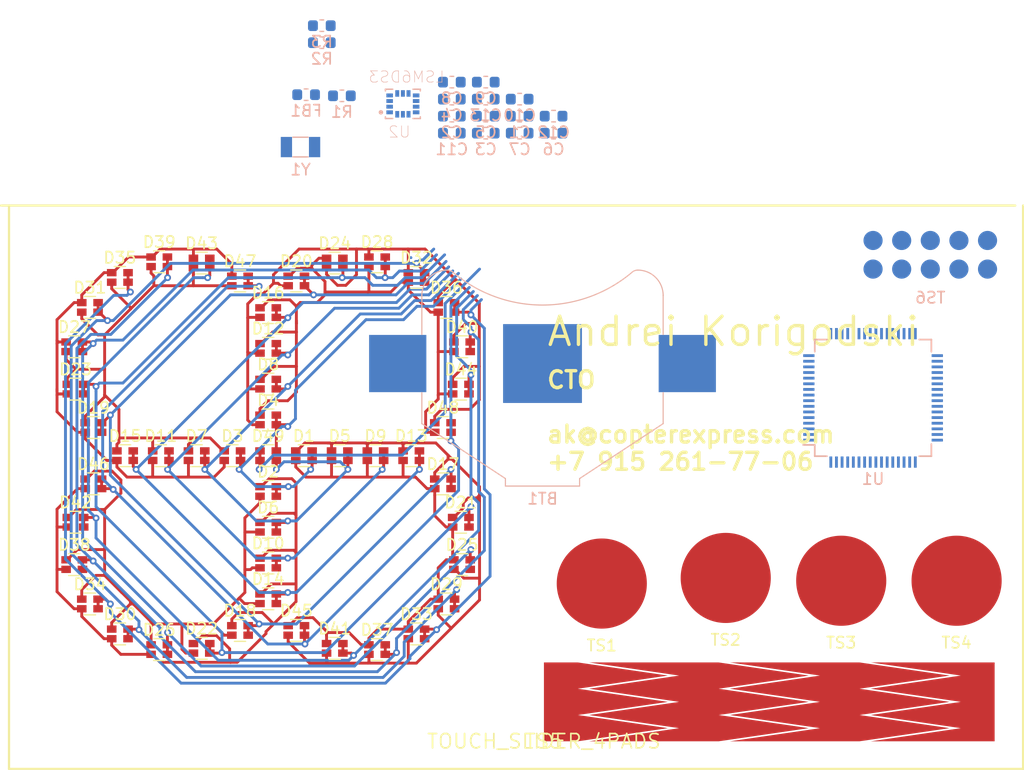
<source format=kicad_pcb>
(kicad_pcb (version 20171130) (host pcbnew 5.0.2+dfsg1-1~bpo9+1)
  (layers (0 F.Cu signal) (31 B.Cu signal) (34 B.Paste user) (35 F.Paste user) (36 B.SilkS user) (37 F.SilkS user) (38 B.Mask user) (39 F.Mask user) (44 Edge.Cuts user))
  (net 0 "")
  (net 1 LED_K0)
  (net 2 LED_K1)
  (net 3 LED_A0)
  (net 4 LED_K3)
  (net 5 LED_K2)
  (net 6 LED_K4)
  (net 7 LED_K5)
  (net 8 LED_K7)
  (net 9 LED_K6)
  (net 10 LED_K8)
  (net 11 LED_A1)
  (net 12 LED_A2)
  (net 13 LED_A3)
  (net 14 LED_A4)
  (net 15 LED_A5)
  (net 16 LED_A6)
  (net 17 LED_A7)
  (net 18 LED_A8)
  (net 19 VDD)
  (net 20 N$2)
  (net 21 MCU_AVDD)
  (net 22 GND)
  (net 23 N$7)
  (net 24 N$6)
  (net 25 N$13)
  (net 26 N$14)
  (net 27 N$5)
  (net 28 N$19)
  (net 29 N$20)
  (net 30 N$16)
  (net 31 N$15)
  (net 32 N$17)
  (net 33 N$18)
  (net 34 N$12)
  (net 35 N$11)
  (net 36 TOUCH_PAD0)
  (net 37 N$1)
  (net 38 TOUCH_PAD1)
  (net 39 TOUCH_PAD2)
  (net 40 TOUCH_PAD3)
  (net 41 N$21)
  (net 42 N$22)
  (net 43 N$23)
  (net 44 N$24)
  (net 45 N$8)
  (net 46 N$10)
  (net 47 N$9)
  (net 48 N$25)
  (net 49 N$26)
  (net 50 LED_K9)
  (net 51 LED_K10)
  (net 52 LED_K11)
  (module footprints:LED_DUAL_0606 (layer F.Cu) (at 96.175 57.2)
    (fp_text reference D1 (at 0 -1.75) (layer F.SilkS))
    (fp_text value LED_Dual_AACC)
    (pad 3 smd rect (at 0.725 -0.425) (size 0.85 0.65) (layers F.Cu F.Paste F.Mask) (net 1 LED_K0))
    (pad 4 smd rect (at 0.725 0.425) (size 0.85 0.65) (layers F.Cu F.Paste F.Mask) (net 1 LED_K0))
    (pad 2 smd rect (at -0.725 0.425) (size 0.85 0.65) (layers F.Cu F.Paste F.Mask) (net 11 LED_A1))
    (pad 1 smd rect (at -0.725 -0.425) (size 0.85 0.65) (layers F.Cu F.Paste F.Mask) (net 3 LED_A0))
  )
  (module footprints:LED_DUAL_0606 (layer F.Cu) (at 93 60.375)
    (fp_text reference D2 (at 0 -1.75) (layer F.SilkS))
    (fp_text value LED_Dual_AACC)
    (pad 3 smd rect (at 0.725 -0.425) (size 0.85 0.65) (layers F.Cu F.Paste F.Mask) (net 1 LED_K0))
    (pad 4 smd rect (at 0.725 0.425) (size 0.85 0.65) (layers F.Cu F.Paste F.Mask) (net 1 LED_K0))
    (pad 2 smd rect (at -0.725 0.425) (size 0.85 0.65) (layers F.Cu F.Paste F.Mask) (net 13 LED_A3))
    (pad 1 smd rect (at -0.725 -0.425) (size 0.85 0.65) (layers F.Cu F.Paste F.Mask) (net 12 LED_A2))
  )
  (module footprints:LED_DUAL_0606 (layer F.Cu) (at 89.825 57.2)
    (fp_text reference D3 (at 0 -1.75) (layer F.SilkS))
    (fp_text value LED_Dual_AACC)
    (pad 3 smd rect (at 0.725 -0.425) (size 0.85 0.65) (layers F.Cu F.Paste F.Mask) (net 1 LED_K0))
    (pad 4 smd rect (at 0.725 0.425) (size 0.85 0.65) (layers F.Cu F.Paste F.Mask) (net 1 LED_K0))
    (pad 2 smd rect (at -0.725 0.425) (size 0.85 0.65) (layers F.Cu F.Paste F.Mask) (net 15 LED_A5))
    (pad 1 smd rect (at -0.725 -0.425) (size 0.85 0.65) (layers F.Cu F.Paste F.Mask) (net 14 LED_A4))
  )
  (module footprints:LED_DUAL_0606 (layer F.Cu) (at 93 54.025)
    (fp_text reference D4 (at 0 -1.75) (layer F.SilkS))
    (fp_text value LED_Dual_AACC)
    (pad 3 smd rect (at 0.725 -0.425) (size 0.85 0.65) (layers F.Cu F.Paste F.Mask) (net 1 LED_K0))
    (pad 4 smd rect (at 0.725 0.425) (size 0.85 0.65) (layers F.Cu F.Paste F.Mask) (net 1 LED_K0))
    (pad 2 smd rect (at -0.725 0.425) (size 0.85 0.65) (layers F.Cu F.Paste F.Mask) (net 17 LED_A7))
    (pad 1 smd rect (at -0.725 -0.425) (size 0.85 0.65) (layers F.Cu F.Paste F.Mask) (net 16 LED_A6))
  )
  (module footprints:LED_DUAL_0606 (layer F.Cu) (at 99.35 57.2)
    (fp_text reference D5 (at 0 -1.75) (layer F.SilkS))
    (fp_text value LED_Dual_AACC)
    (pad 3 smd rect (at 0.725 -0.425) (size 0.85 0.65) (layers F.Cu F.Paste F.Mask) (net 2 LED_K1))
    (pad 4 smd rect (at 0.725 0.425) (size 0.85 0.65) (layers F.Cu F.Paste F.Mask) (net 2 LED_K1))
    (pad 2 smd rect (at -0.725 0.425) (size 0.85 0.65) (layers F.Cu F.Paste F.Mask) (net 11 LED_A1))
    (pad 1 smd rect (at -0.725 -0.425) (size 0.85 0.65) (layers F.Cu F.Paste F.Mask) (net 3 LED_A0))
  )
  (module footprints:LED_DUAL_0606 (layer F.Cu) (at 93 63.55)
    (fp_text reference D6 (at 0 -1.75) (layer F.SilkS))
    (fp_text value LED_Dual_AACC)
    (pad 3 smd rect (at 0.725 -0.425) (size 0.85 0.65) (layers F.Cu F.Paste F.Mask) (net 2 LED_K1))
    (pad 4 smd rect (at 0.725 0.425) (size 0.85 0.65) (layers F.Cu F.Paste F.Mask) (net 2 LED_K1))
    (pad 2 smd rect (at -0.725 0.425) (size 0.85 0.65) (layers F.Cu F.Paste F.Mask) (net 13 LED_A3))
    (pad 1 smd rect (at -0.725 -0.425) (size 0.85 0.65) (layers F.Cu F.Paste F.Mask) (net 12 LED_A2))
  )
  (module footprints:LED_DUAL_0606 (layer F.Cu) (at 86.65 57.2)
    (fp_text reference D7 (at 0 -1.75) (layer F.SilkS))
    (fp_text value LED_Dual_AACC)
    (pad 3 smd rect (at 0.725 -0.425) (size 0.85 0.65) (layers F.Cu F.Paste F.Mask) (net 2 LED_K1))
    (pad 4 smd rect (at 0.725 0.425) (size 0.85 0.65) (layers F.Cu F.Paste F.Mask) (net 2 LED_K1))
    (pad 2 smd rect (at -0.725 0.425) (size 0.85 0.65) (layers F.Cu F.Paste F.Mask) (net 15 LED_A5))
    (pad 1 smd rect (at -0.725 -0.425) (size 0.85 0.65) (layers F.Cu F.Paste F.Mask) (net 14 LED_A4))
  )
  (module footprints:LED_DUAL_0606 (layer F.Cu) (at 93 50.85)
    (fp_text reference D8 (at 0 -1.75) (layer F.SilkS))
    (fp_text value LED_Dual_AACC)
    (pad 3 smd rect (at 0.725 -0.425) (size 0.85 0.65) (layers F.Cu F.Paste F.Mask) (net 2 LED_K1))
    (pad 4 smd rect (at 0.725 0.425) (size 0.85 0.65) (layers F.Cu F.Paste F.Mask) (net 2 LED_K1))
    (pad 2 smd rect (at -0.725 0.425) (size 0.85 0.65) (layers F.Cu F.Paste F.Mask) (net 17 LED_A7))
    (pad 1 smd rect (at -0.725 -0.425) (size 0.85 0.65) (layers F.Cu F.Paste F.Mask) (net 16 LED_A6))
  )
  (module footprints:LED_DUAL_0606 (layer F.Cu) (at 102.525 57.2)
    (fp_text reference D9 (at 0 -1.75) (layer F.SilkS))
    (fp_text value LED_Dual_AACC)
    (pad 3 smd rect (at 0.725 -0.425) (size 0.85 0.65) (layers F.Cu F.Paste F.Mask) (net 5 LED_K2))
    (pad 4 smd rect (at 0.725 0.425) (size 0.85 0.65) (layers F.Cu F.Paste F.Mask) (net 5 LED_K2))
    (pad 2 smd rect (at -0.725 0.425) (size 0.85 0.65) (layers F.Cu F.Paste F.Mask) (net 11 LED_A1))
    (pad 1 smd rect (at -0.725 -0.425) (size 0.85 0.65) (layers F.Cu F.Paste F.Mask) (net 3 LED_A0))
  )
  (module footprints:LED_DUAL_0606 (layer F.Cu) (at 93 66.724999)
    (fp_text reference D10 (at 0 -1.75) (layer F.SilkS))
    (fp_text value LED_Dual_AACC)
    (pad 3 smd rect (at 0.725 -0.425) (size 0.85 0.65) (layers F.Cu F.Paste F.Mask) (net 5 LED_K2))
    (pad 4 smd rect (at 0.725 0.425) (size 0.85 0.65) (layers F.Cu F.Paste F.Mask) (net 5 LED_K2))
    (pad 2 smd rect (at -0.725 0.425) (size 0.85 0.65) (layers F.Cu F.Paste F.Mask) (net 13 LED_A3))
    (pad 1 smd rect (at -0.725 -0.425) (size 0.85 0.65) (layers F.Cu F.Paste F.Mask) (net 12 LED_A2))
  )
  (module footprints:LED_DUAL_0606 (layer F.Cu) (at 83.475 57.2)
    (fp_text reference D11 (at 0 -1.75) (layer F.SilkS))
    (fp_text value LED_Dual_AACC)
    (pad 3 smd rect (at 0.725 -0.425) (size 0.85 0.65) (layers F.Cu F.Paste F.Mask) (net 5 LED_K2))
    (pad 4 smd rect (at 0.725 0.425) (size 0.85 0.65) (layers F.Cu F.Paste F.Mask) (net 5 LED_K2))
    (pad 2 smd rect (at -0.725 0.425) (size 0.85 0.65) (layers F.Cu F.Paste F.Mask) (net 15 LED_A5))
    (pad 1 smd rect (at -0.725 -0.425) (size 0.85 0.65) (layers F.Cu F.Paste F.Mask) (net 14 LED_A4))
  )
  (module footprints:LED_DUAL_0606 (layer F.Cu) (at 93 47.675)
    (fp_text reference D12 (at 0 -1.75) (layer F.SilkS))
    (fp_text value LED_Dual_AACC)
    (pad 3 smd rect (at 0.725 -0.425) (size 0.85 0.65) (layers F.Cu F.Paste F.Mask) (net 5 LED_K2))
    (pad 4 smd rect (at 0.725 0.425) (size 0.85 0.65) (layers F.Cu F.Paste F.Mask) (net 5 LED_K2))
    (pad 2 smd rect (at -0.725 0.425) (size 0.85 0.65) (layers F.Cu F.Paste F.Mask) (net 17 LED_A7))
    (pad 1 smd rect (at -0.725 -0.425) (size 0.85 0.65) (layers F.Cu F.Paste F.Mask) (net 16 LED_A6))
  )
  (module footprints:LED_DUAL_0606 (layer F.Cu) (at 105.7 57.2)
    (fp_text reference D13 (at 0 -1.75) (layer F.SilkS))
    (fp_text value LED_Dual_AACC)
    (pad 3 smd rect (at 0.725 -0.425) (size 0.85 0.65) (layers F.Cu F.Paste F.Mask) (net 4 LED_K3))
    (pad 4 smd rect (at 0.725 0.425) (size 0.85 0.65) (layers F.Cu F.Paste F.Mask) (net 4 LED_K3))
    (pad 2 smd rect (at -0.725 0.425) (size 0.85 0.65) (layers F.Cu F.Paste F.Mask) (net 11 LED_A1))
    (pad 1 smd rect (at -0.725 -0.425) (size 0.85 0.65) (layers F.Cu F.Paste F.Mask) (net 3 LED_A0))
  )
  (module footprints:LED_DUAL_0606 (layer F.Cu) (at 93 69.9)
    (fp_text reference D14 (at 0 -1.75) (layer F.SilkS))
    (fp_text value LED_Dual_AACC)
    (pad 3 smd rect (at 0.725 -0.425) (size 0.85 0.65) (layers F.Cu F.Paste F.Mask) (net 4 LED_K3))
    (pad 4 smd rect (at 0.725 0.425) (size 0.85 0.65) (layers F.Cu F.Paste F.Mask) (net 4 LED_K3))
    (pad 2 smd rect (at -0.725 0.425) (size 0.85 0.65) (layers F.Cu F.Paste F.Mask) (net 13 LED_A3))
    (pad 1 smd rect (at -0.725 -0.425) (size 0.85 0.65) (layers F.Cu F.Paste F.Mask) (net 12 LED_A2))
  )
  (module footprints:LED_DUAL_0606 (layer F.Cu) (at 80.3 57.2)
    (fp_text reference D15 (at 0 -1.75) (layer F.SilkS))
    (fp_text value LED_Dual_AACC)
    (pad 3 smd rect (at 0.725 -0.425) (size 0.85 0.65) (layers F.Cu F.Paste F.Mask) (net 4 LED_K3))
    (pad 4 smd rect (at 0.725 0.425) (size 0.85 0.65) (layers F.Cu F.Paste F.Mask) (net 4 LED_K3))
    (pad 2 smd rect (at -0.725 0.425) (size 0.85 0.65) (layers F.Cu F.Paste F.Mask) (net 15 LED_A5))
    (pad 1 smd rect (at -0.725 -0.425) (size 0.85 0.65) (layers F.Cu F.Paste F.Mask) (net 14 LED_A4))
  )
  (module footprints:LED_DUAL_0606 (layer F.Cu) (at 93 44.5)
    (fp_text reference D16 (at 0 -1.75) (layer F.SilkS))
    (fp_text value LED_Dual_AACC)
    (pad 3 smd rect (at 0.725 -0.425) (size 0.85 0.65) (layers F.Cu F.Paste F.Mask) (net 4 LED_K3))
    (pad 4 smd rect (at 0.725 0.425) (size 0.85 0.65) (layers F.Cu F.Paste F.Mask) (net 4 LED_K3))
    (pad 2 smd rect (at -0.725 0.425) (size 0.85 0.65) (layers F.Cu F.Paste F.Mask) (net 17 LED_A7))
    (pad 1 smd rect (at -0.725 -0.425) (size 0.85 0.65) (layers F.Cu F.Paste F.Mask) (net 16 LED_A6))
  )
  (module footprints:LED_DUAL_0606 (layer F.Cu) (at 108.508852 59.699666)
    (fp_text reference D17 (at 0 -1.75) (layer F.SilkS))
    (fp_text value LED_Dual_AACC)
    (pad 3 smd rect (at 0.725 -0.425) (size 0.85 0.65) (layers F.Cu F.Paste F.Mask) (net 6 LED_K4))
    (pad 4 smd rect (at 0.725 0.425) (size 0.85 0.65) (layers F.Cu F.Paste F.Mask) (net 6 LED_K4))
    (pad 2 smd rect (at -0.725 0.425) (size 0.85 0.65) (layers F.Cu F.Paste F.Mask) (net 11 LED_A1))
    (pad 1 smd rect (at -0.725 -0.425) (size 0.85 0.65) (layers F.Cu F.Paste F.Mask) (net 3 LED_A0))
  )
  (module footprints:LED_DUAL_0606 (layer F.Cu) (at 90.500333 72.708852)
    (fp_text reference D18 (at 0 -1.75) (layer F.SilkS))
    (fp_text value LED_Dual_AACC)
    (pad 3 smd rect (at 0.725 -0.425) (size 0.85 0.65) (layers F.Cu F.Paste F.Mask) (net 6 LED_K4))
    (pad 4 smd rect (at 0.725 0.425) (size 0.85 0.65) (layers F.Cu F.Paste F.Mask) (net 6 LED_K4))
    (pad 2 smd rect (at -0.725 0.425) (size 0.85 0.65) (layers F.Cu F.Paste F.Mask) (net 13 LED_A3))
    (pad 1 smd rect (at -0.725 -0.425) (size 0.85 0.65) (layers F.Cu F.Paste F.Mask) (net 12 LED_A2))
  )
  (module footprints:LED_DUAL_0606 (layer F.Cu) (at 77.491147 54.700333)
    (fp_text reference D19 (at 0 -1.75) (layer F.SilkS))
    (fp_text value LED_Dual_AACC)
    (pad 3 smd rect (at 0.725 -0.425) (size 0.85 0.65) (layers F.Cu F.Paste F.Mask) (net 6 LED_K4))
    (pad 4 smd rect (at 0.725 0.425) (size 0.85 0.65) (layers F.Cu F.Paste F.Mask) (net 6 LED_K4))
    (pad 2 smd rect (at -0.725 0.425) (size 0.85 0.65) (layers F.Cu F.Paste F.Mask) (net 15 LED_A5))
    (pad 1 smd rect (at -0.725 -0.425) (size 0.85 0.65) (layers F.Cu F.Paste F.Mask) (net 14 LED_A4))
  )
  (module footprints:LED_DUAL_0606 (layer F.Cu) (at 95.499666 41.691147)
    (fp_text reference D20 (at 0 -1.75) (layer F.SilkS))
    (fp_text value LED_Dual_AACC)
    (pad 3 smd rect (at 0.725 -0.425) (size 0.85 0.65) (layers F.Cu F.Paste F.Mask) (net 6 LED_K4))
    (pad 4 smd rect (at 0.725 0.425) (size 0.85 0.65) (layers F.Cu F.Paste F.Mask) (net 6 LED_K4))
    (pad 2 smd rect (at -0.725 0.425) (size 0.85 0.65) (layers F.Cu F.Paste F.Mask) (net 17 LED_A7))
    (pad 1 smd rect (at -0.725 -0.425) (size 0.85 0.65) (layers F.Cu F.Paste F.Mask) (net 16 LED_A6))
  )
  (module footprints:LED_DUAL_0606 (layer F.Cu) (at 110.097919 63.107431)
    (fp_text reference D21 (at 0 -1.75) (layer F.SilkS))
    (fp_text value LED_Dual_AACC)
    (pad 3 smd rect (at 0.725 -0.425) (size 0.85 0.65) (layers F.Cu F.Paste F.Mask) (net 7 LED_K5))
    (pad 4 smd rect (at 0.725 0.425) (size 0.85 0.65) (layers F.Cu F.Paste F.Mask) (net 7 LED_K5))
    (pad 2 smd rect (at -0.725 0.425) (size 0.85 0.65) (layers F.Cu F.Paste F.Mask) (net 11 LED_A1))
    (pad 1 smd rect (at -0.725 -0.425) (size 0.85 0.65) (layers F.Cu F.Paste F.Mask) (net 3 LED_A0))
  )
  (module footprints:LED_DUAL_0606 (layer F.Cu) (at 87.092568 74.297919)
    (fp_text reference D22 (at 0 -1.75) (layer F.SilkS))
    (fp_text value LED_Dual_AACC)
    (pad 3 smd rect (at 0.725 -0.425) (size 0.85 0.65) (layers F.Cu F.Paste F.Mask) (net 7 LED_K5))
    (pad 4 smd rect (at 0.725 0.425) (size 0.85 0.65) (layers F.Cu F.Paste F.Mask) (net 7 LED_K5))
    (pad 2 smd rect (at -0.725 0.425) (size 0.85 0.65) (layers F.Cu F.Paste F.Mask) (net 13 LED_A3))
    (pad 1 smd rect (at -0.725 -0.425) (size 0.85 0.65) (layers F.Cu F.Paste F.Mask) (net 12 LED_A2))
  )
  (module footprints:LED_DUAL_0606 (layer F.Cu) (at 75.90208 51.292568)
    (fp_text reference D23 (at 0 -1.75) (layer F.SilkS))
    (fp_text value LED_Dual_AACC)
    (pad 3 smd rect (at 0.725 -0.425) (size 0.85 0.65) (layers F.Cu F.Paste F.Mask) (net 7 LED_K5))
    (pad 4 smd rect (at 0.725 0.425) (size 0.85 0.65) (layers F.Cu F.Paste F.Mask) (net 7 LED_K5))
    (pad 2 smd rect (at -0.725 0.425) (size 0.85 0.65) (layers F.Cu F.Paste F.Mask) (net 15 LED_A5))
    (pad 1 smd rect (at -0.725 -0.425) (size 0.85 0.65) (layers F.Cu F.Paste F.Mask) (net 14 LED_A4))
  )
  (module footprints:LED_DUAL_0606 (layer F.Cu) (at 98.907431 40.10208)
    (fp_text reference D24 (at 0 -1.75) (layer F.SilkS))
    (fp_text value LED_Dual_AACC)
    (pad 3 smd rect (at 0.725 -0.425) (size 0.85 0.65) (layers F.Cu F.Paste F.Mask) (net 7 LED_K5))
    (pad 4 smd rect (at 0.725 0.425) (size 0.85 0.65) (layers F.Cu F.Paste F.Mask) (net 7 LED_K5))
    (pad 2 smd rect (at -0.725 0.425) (size 0.85 0.65) (layers F.Cu F.Paste F.Mask) (net 17 LED_A7))
    (pad 1 smd rect (at -0.725 -0.425) (size 0.85 0.65) (layers F.Cu F.Paste F.Mask) (net 16 LED_A6))
  )
  (module footprints:LED_DUAL_0606 (layer F.Cu) (at 110.207279 66.865892)
    (fp_text reference D25 (at 0 -1.75) (layer F.SilkS))
    (fp_text value LED_Dual_AACC)
    (pad 3 smd rect (at 0.725 -0.425) (size 0.85 0.65) (layers F.Cu F.Paste F.Mask) (net 9 LED_K6))
    (pad 4 smd rect (at 0.725 0.425) (size 0.85 0.65) (layers F.Cu F.Paste F.Mask) (net 9 LED_K6))
    (pad 2 smd rect (at -0.725 0.425) (size 0.85 0.65) (layers F.Cu F.Paste F.Mask) (net 3 LED_A0))
    (pad 1 smd rect (at -0.725 -0.425) (size 0.85 0.65) (layers F.Cu F.Paste F.Mask) (net 11 LED_A1))
  )
  (module footprints:LED_DUAL_0606 (layer F.Cu) (at 83.334107 74.407279)
    (fp_text reference D26 (at 0 -1.75) (layer F.SilkS))
    (fp_text value LED_Dual_AACC)
    (pad 3 smd rect (at 0.725 -0.425) (size 0.85 0.65) (layers F.Cu F.Paste F.Mask) (net 9 LED_K6))
    (pad 4 smd rect (at 0.725 0.425) (size 0.85 0.65) (layers F.Cu F.Paste F.Mask) (net 9 LED_K6))
    (pad 2 smd rect (at -0.725 0.425) (size 0.85 0.65) (layers F.Cu F.Paste F.Mask) (net 12 LED_A2))
    (pad 1 smd rect (at -0.725 -0.425) (size 0.85 0.65) (layers F.Cu F.Paste F.Mask) (net 13 LED_A3))
  )
  (module footprints:LED_DUAL_0606 (layer F.Cu) (at 75.79272 47.534107)
    (fp_text reference D27 (at 0 -1.75) (layer F.SilkS))
    (fp_text value LED_Dual_AACC)
    (pad 3 smd rect (at 0.725 -0.425) (size 0.85 0.65) (layers F.Cu F.Paste F.Mask) (net 9 LED_K6))
    (pad 4 smd rect (at 0.725 0.425) (size 0.85 0.65) (layers F.Cu F.Paste F.Mask) (net 9 LED_K6))
    (pad 2 smd rect (at -0.725 0.425) (size 0.85 0.65) (layers F.Cu F.Paste F.Mask) (net 14 LED_A4))
    (pad 1 smd rect (at -0.725 -0.425) (size 0.85 0.65) (layers F.Cu F.Paste F.Mask) (net 15 LED_A5))
  )
  (module footprints:LED_DUAL_0606 (layer F.Cu) (at 102.665892 39.99272)
    (fp_text reference D28 (at 0 -1.75) (layer F.SilkS))
    (fp_text value LED_Dual_AACC)
    (pad 3 smd rect (at 0.725 -0.425) (size 0.85 0.65) (layers F.Cu F.Paste F.Mask) (net 9 LED_K6))
    (pad 4 smd rect (at 0.725 0.425) (size 0.85 0.65) (layers F.Cu F.Paste F.Mask) (net 9 LED_K6))
    (pad 2 smd rect (at -0.725 0.425) (size 0.85 0.65) (layers F.Cu F.Paste F.Mask) (net 16 LED_A6))
    (pad 1 smd rect (at -0.725 -0.425) (size 0.85 0.65) (layers F.Cu F.Paste F.Mask) (net 17 LED_A7))
  )
  (module footprints:LED_DUAL_0606 (layer F.Cu) (at 108.819045 70.360287)
    (fp_text reference D29 (at 0 -1.75) (layer F.SilkS))
    (fp_text value LED_Dual_AACC)
    (pad 3 smd rect (at 0.725 -0.425) (size 0.85 0.65) (layers F.Cu F.Paste F.Mask) (net 8 LED_K7))
    (pad 4 smd rect (at 0.725 0.425) (size 0.85 0.65) (layers F.Cu F.Paste F.Mask) (net 8 LED_K7))
    (pad 2 smd rect (at -0.725 0.425) (size 0.85 0.65) (layers F.Cu F.Paste F.Mask) (net 3 LED_A0))
    (pad 1 smd rect (at -0.725 -0.425) (size 0.85 0.65) (layers F.Cu F.Paste F.Mask) (net 11 LED_A1))
  )
  (module footprints:LED_DUAL_0606 (layer F.Cu) (at 79.839712 73.019045)
    (fp_text reference D30 (at 0 -1.75) (layer F.SilkS))
    (fp_text value LED_Dual_AACC)
    (pad 3 smd rect (at 0.725 -0.425) (size 0.85 0.65) (layers F.Cu F.Paste F.Mask) (net 8 LED_K7))
    (pad 4 smd rect (at 0.725 0.425) (size 0.85 0.65) (layers F.Cu F.Paste F.Mask) (net 8 LED_K7))
    (pad 2 smd rect (at -0.725 0.425) (size 0.85 0.65) (layers F.Cu F.Paste F.Mask) (net 12 LED_A2))
    (pad 1 smd rect (at -0.725 -0.425) (size 0.85 0.65) (layers F.Cu F.Paste F.Mask) (net 13 LED_A3))
  )
  (module footprints:LED_DUAL_0606 (layer F.Cu) (at 77.180954 44.039712)
    (fp_text reference D31 (at 0 -1.75) (layer F.SilkS))
    (fp_text value LED_Dual_AACC)
    (pad 3 smd rect (at 0.725 -0.425) (size 0.85 0.65) (layers F.Cu F.Paste F.Mask) (net 8 LED_K7))
    (pad 4 smd rect (at 0.725 0.425) (size 0.85 0.65) (layers F.Cu F.Paste F.Mask) (net 8 LED_K7))
    (pad 2 smd rect (at -0.725 0.425) (size 0.85 0.65) (layers F.Cu F.Paste F.Mask) (net 14 LED_A4))
    (pad 1 smd rect (at -0.725 -0.425) (size 0.85 0.65) (layers F.Cu F.Paste F.Mask) (net 15 LED_A5))
  )
  (module footprints:LED_DUAL_0606 (layer F.Cu) (at 106.160287 41.380954)
    (fp_text reference D32 (at 0 -1.75) (layer F.SilkS))
    (fp_text value LED_Dual_AACC)
    (pad 3 smd rect (at 0.725 -0.425) (size 0.85 0.65) (layers F.Cu F.Paste F.Mask) (net 8 LED_K7))
    (pad 4 smd rect (at 0.725 0.425) (size 0.85 0.65) (layers F.Cu F.Paste F.Mask) (net 8 LED_K7))
    (pad 2 smd rect (at -0.725 0.425) (size 0.85 0.65) (layers F.Cu F.Paste F.Mask) (net 16 LED_A6))
    (pad 1 smd rect (at -0.725 -0.425) (size 0.85 0.65) (layers F.Cu F.Paste F.Mask) (net 17 LED_A7))
  )
  (module footprints:LED_DUAL_0606 (layer F.Cu) (at 106.160287 73.019045)
    (fp_text reference D33 (at 0 -1.75) (layer F.SilkS))
    (fp_text value LED_Dual_AACC)
    (pad 3 smd rect (at 0.725 -0.425) (size 0.85 0.65) (layers F.Cu F.Paste F.Mask) (net 10 LED_K8))
    (pad 4 smd rect (at 0.725 0.425) (size 0.85 0.65) (layers F.Cu F.Paste F.Mask) (net 10 LED_K8))
    (pad 2 smd rect (at -0.725 0.425) (size 0.85 0.65) (layers F.Cu F.Paste F.Mask) (net 3 LED_A0))
    (pad 1 smd rect (at -0.725 -0.425) (size 0.85 0.65) (layers F.Cu F.Paste F.Mask) (net 11 LED_A1))
  )
  (module footprints:LED_DUAL_0606 (layer F.Cu) (at 77.180954 70.360287)
    (fp_text reference D34 (at 0 -1.75) (layer F.SilkS))
    (fp_text value LED_Dual_AACC)
    (pad 3 smd rect (at 0.725 -0.425) (size 0.85 0.65) (layers F.Cu F.Paste F.Mask) (net 10 LED_K8))
    (pad 4 smd rect (at 0.725 0.425) (size 0.85 0.65) (layers F.Cu F.Paste F.Mask) (net 10 LED_K8))
    (pad 2 smd rect (at -0.725 0.425) (size 0.85 0.65) (layers F.Cu F.Paste F.Mask) (net 12 LED_A2))
    (pad 1 smd rect (at -0.725 -0.425) (size 0.85 0.65) (layers F.Cu F.Paste F.Mask) (net 13 LED_A3))
  )
  (module footprints:LED_DUAL_0606 (layer F.Cu) (at 79.839712 41.380954)
    (fp_text reference D35 (at 0 -1.75) (layer F.SilkS))
    (fp_text value LED_Dual_AACC)
    (pad 3 smd rect (at 0.725 -0.425) (size 0.85 0.65) (layers F.Cu F.Paste F.Mask) (net 10 LED_K8))
    (pad 4 smd rect (at 0.725 0.425) (size 0.85 0.65) (layers F.Cu F.Paste F.Mask) (net 10 LED_K8))
    (pad 2 smd rect (at -0.725 0.425) (size 0.85 0.65) (layers F.Cu F.Paste F.Mask) (net 14 LED_A4))
    (pad 1 smd rect (at -0.725 -0.425) (size 0.85 0.65) (layers F.Cu F.Paste F.Mask) (net 15 LED_A5))
  )
  (module footprints:LED_DUAL_0606 (layer F.Cu) (at 108.819045 44.039712)
    (fp_text reference D36 (at 0 -1.75) (layer F.SilkS))
    (fp_text value LED_Dual_AACC)
    (pad 3 smd rect (at 0.725 -0.425) (size 0.85 0.65) (layers F.Cu F.Paste F.Mask) (net 10 LED_K8))
    (pad 4 smd rect (at 0.725 0.425) (size 0.85 0.65) (layers F.Cu F.Paste F.Mask) (net 10 LED_K8))
    (pad 2 smd rect (at -0.725 0.425) (size 0.85 0.65) (layers F.Cu F.Paste F.Mask) (net 16 LED_A6))
    (pad 1 smd rect (at -0.725 -0.425) (size 0.85 0.65) (layers F.Cu F.Paste F.Mask) (net 17 LED_A7))
  )
  (module footprints:LED_DUAL_0606 (layer F.Cu) (at 102.665892 74.407279)
    (fp_text reference D37 (at 0 -1.75) (layer F.SilkS))
    (fp_text value LED_Dual_AACC)
    (pad 3 smd rect (at 0.725 -0.425) (size 0.85 0.65) (layers F.Cu F.Paste F.Mask) (net 50 LED_K9))
    (pad 4 smd rect (at 0.725 0.425) (size 0.85 0.65) (layers F.Cu F.Paste F.Mask) (net 50 LED_K9))
    (pad 2 smd rect (at -0.725 0.425) (size 0.85 0.65) (layers F.Cu F.Paste F.Mask) (net 3 LED_A0))
    (pad 1 smd rect (at -0.725 -0.425) (size 0.85 0.65) (layers F.Cu F.Paste F.Mask) (net 11 LED_A1))
  )
  (module footprints:LED_DUAL_0606 (layer F.Cu) (at 75.79272 66.865892)
    (fp_text reference D38 (at 0 -1.75) (layer F.SilkS))
    (fp_text value LED_Dual_AACC)
    (pad 3 smd rect (at 0.725 -0.425) (size 0.85 0.65) (layers F.Cu F.Paste F.Mask) (net 50 LED_K9))
    (pad 4 smd rect (at 0.725 0.425) (size 0.85 0.65) (layers F.Cu F.Paste F.Mask) (net 50 LED_K9))
    (pad 2 smd rect (at -0.725 0.425) (size 0.85 0.65) (layers F.Cu F.Paste F.Mask) (net 12 LED_A2))
    (pad 1 smd rect (at -0.725 -0.425) (size 0.85 0.65) (layers F.Cu F.Paste F.Mask) (net 13 LED_A3))
  )
  (module footprints:LED_DUAL_0606 (layer F.Cu) (at 83.334107 39.99272)
    (fp_text reference D39 (at 0 -1.75) (layer F.SilkS))
    (fp_text value LED_Dual_AACC)
    (pad 3 smd rect (at 0.725 -0.425) (size 0.85 0.65) (layers F.Cu F.Paste F.Mask) (net 50 LED_K9))
    (pad 4 smd rect (at 0.725 0.425) (size 0.85 0.65) (layers F.Cu F.Paste F.Mask) (net 50 LED_K9))
    (pad 2 smd rect (at -0.725 0.425) (size 0.85 0.65) (layers F.Cu F.Paste F.Mask) (net 14 LED_A4))
    (pad 1 smd rect (at -0.725 -0.425) (size 0.85 0.65) (layers F.Cu F.Paste F.Mask) (net 15 LED_A5))
  )
  (module footprints:LED_DUAL_0606 (layer F.Cu) (at 110.207279 47.534107)
    (fp_text reference D40 (at 0 -1.75) (layer F.SilkS))
    (fp_text value LED_Dual_AACC)
    (pad 3 smd rect (at 0.725 -0.425) (size 0.85 0.65) (layers F.Cu F.Paste F.Mask) (net 50 LED_K9))
    (pad 4 smd rect (at 0.725 0.425) (size 0.85 0.65) (layers F.Cu F.Paste F.Mask) (net 50 LED_K9))
    (pad 2 smd rect (at -0.725 0.425) (size 0.85 0.65) (layers F.Cu F.Paste F.Mask) (net 16 LED_A6))
    (pad 1 smd rect (at -0.725 -0.425) (size 0.85 0.65) (layers F.Cu F.Paste F.Mask) (net 17 LED_A7))
  )
  (module footprints:LED_DUAL_0606 (layer F.Cu) (at 98.907431 74.297919)
    (fp_text reference D41 (at 0 -1.75) (layer F.SilkS))
    (fp_text value LED_Dual_AACC)
    (pad 3 smd rect (at 0.725 -0.425) (size 0.85 0.65) (layers F.Cu F.Paste F.Mask) (net 51 LED_K10))
    (pad 4 smd rect (at 0.725 0.425) (size 0.85 0.65) (layers F.Cu F.Paste F.Mask) (net 51 LED_K10))
    (pad 2 smd rect (at -0.725 0.425) (size 0.85 0.65) (layers F.Cu F.Paste F.Mask) (net 3 LED_A0))
    (pad 1 smd rect (at -0.725 -0.425) (size 0.85 0.65) (layers F.Cu F.Paste F.Mask) (net 11 LED_A1))
  )
  (module footprints:LED_DUAL_0606 (layer F.Cu) (at 75.90208 63.107431)
    (fp_text reference D42 (at 0 -1.75) (layer F.SilkS))
    (fp_text value LED_Dual_AACC)
    (pad 3 smd rect (at 0.725 -0.425) (size 0.85 0.65) (layers F.Cu F.Paste F.Mask) (net 51 LED_K10))
    (pad 4 smd rect (at 0.725 0.425) (size 0.85 0.65) (layers F.Cu F.Paste F.Mask) (net 51 LED_K10))
    (pad 2 smd rect (at -0.725 0.425) (size 0.85 0.65) (layers F.Cu F.Paste F.Mask) (net 12 LED_A2))
    (pad 1 smd rect (at -0.725 -0.425) (size 0.85 0.65) (layers F.Cu F.Paste F.Mask) (net 13 LED_A3))
  )
  (module footprints:LED_DUAL_0606 (layer F.Cu) (at 87.092568 40.10208)
    (fp_text reference D43 (at 0 -1.75) (layer F.SilkS))
    (fp_text value LED_Dual_AACC)
    (pad 3 smd rect (at 0.725 -0.425) (size 0.85 0.65) (layers F.Cu F.Paste F.Mask) (net 51 LED_K10))
    (pad 4 smd rect (at 0.725 0.425) (size 0.85 0.65) (layers F.Cu F.Paste F.Mask) (net 51 LED_K10))
    (pad 2 smd rect (at -0.725 0.425) (size 0.85 0.65) (layers F.Cu F.Paste F.Mask) (net 14 LED_A4))
    (pad 1 smd rect (at -0.725 -0.425) (size 0.85 0.65) (layers F.Cu F.Paste F.Mask) (net 15 LED_A5))
  )
  (module footprints:LED_DUAL_0606 (layer F.Cu) (at 110.097919 51.292568)
    (fp_text reference D44 (at 0 -1.75) (layer F.SilkS))
    (fp_text value LED_Dual_AACC)
    (pad 3 smd rect (at 0.725 -0.425) (size 0.85 0.65) (layers F.Cu F.Paste F.Mask) (net 51 LED_K10))
    (pad 4 smd rect (at 0.725 0.425) (size 0.85 0.65) (layers F.Cu F.Paste F.Mask) (net 51 LED_K10))
    (pad 2 smd rect (at -0.725 0.425) (size 0.85 0.65) (layers F.Cu F.Paste F.Mask) (net 16 LED_A6))
    (pad 1 smd rect (at -0.725 -0.425) (size 0.85 0.65) (layers F.Cu F.Paste F.Mask) (net 17 LED_A7))
  )
  (module footprints:LED_DUAL_0606 (layer F.Cu) (at 95.499666 72.708852)
    (fp_text reference D45 (at 0 -1.75) (layer F.SilkS))
    (fp_text value LED_Dual_AACC)
    (pad 3 smd rect (at 0.725 -0.425) (size 0.85 0.65) (layers F.Cu F.Paste F.Mask) (net 52 LED_K11))
    (pad 4 smd rect (at 0.725 0.425) (size 0.85 0.65) (layers F.Cu F.Paste F.Mask) (net 52 LED_K11))
    (pad 2 smd rect (at -0.725 0.425) (size 0.85 0.65) (layers F.Cu F.Paste F.Mask) (net 3 LED_A0))
    (pad 1 smd rect (at -0.725 -0.425) (size 0.85 0.65) (layers F.Cu F.Paste F.Mask) (net 11 LED_A1))
  )
  (module footprints:LED_DUAL_0606 (layer F.Cu) (at 77.491147 59.699666)
    (fp_text reference D46 (at 0 -1.75) (layer F.SilkS))
    (fp_text value LED_Dual_AACC)
    (pad 3 smd rect (at 0.725 -0.425) (size 0.85 0.65) (layers F.Cu F.Paste F.Mask) (net 52 LED_K11))
    (pad 4 smd rect (at 0.725 0.425) (size 0.85 0.65) (layers F.Cu F.Paste F.Mask) (net 52 LED_K11))
    (pad 2 smd rect (at -0.725 0.425) (size 0.85 0.65) (layers F.Cu F.Paste F.Mask) (net 12 LED_A2))
    (pad 1 smd rect (at -0.725 -0.425) (size 0.85 0.65) (layers F.Cu F.Paste F.Mask) (net 13 LED_A3))
  )
  (module footprints:LED_DUAL_0606 (layer F.Cu) (at 90.500333 41.691147)
    (fp_text reference D47 (at 0 -1.75) (layer F.SilkS))
    (fp_text value LED_Dual_AACC)
    (pad 3 smd rect (at 0.725 -0.425) (size 0.85 0.65) (layers F.Cu F.Paste F.Mask) (net 52 LED_K11))
    (pad 4 smd rect (at 0.725 0.425) (size 0.85 0.65) (layers F.Cu F.Paste F.Mask) (net 52 LED_K11))
    (pad 2 smd rect (at -0.725 0.425) (size 0.85 0.65) (layers F.Cu F.Paste F.Mask) (net 14 LED_A4))
    (pad 1 smd rect (at -0.725 -0.425) (size 0.85 0.65) (layers F.Cu F.Paste F.Mask) (net 15 LED_A5))
  )
  (module footprints:LED_DUAL_0606 (layer F.Cu) (at 108.508852 54.700333)
    (fp_text reference D48 (at 0 -1.75) (layer F.SilkS))
    (fp_text value LED_Dual_AACC)
    (pad 3 smd rect (at 0.725 -0.425) (size 0.85 0.65) (layers F.Cu F.Paste F.Mask) (net 52 LED_K11))
    (pad 4 smd rect (at 0.725 0.425) (size 0.85 0.65) (layers F.Cu F.Paste F.Mask) (net 52 LED_K11))
    (pad 2 smd rect (at -0.725 0.425) (size 0.85 0.65) (layers F.Cu F.Paste F.Mask) (net 16 LED_A6))
    (pad 1 smd rect (at -0.725 -0.425) (size 0.85 0.65) (layers F.Cu F.Paste F.Mask) (net 17 LED_A7))
  )
  (module footprints:LED_DUAL_0606 (layer F.Cu) (at 93 57.2)
    (fp_text reference D49 (at 0 -1.75) (layer F.SilkS))
    (fp_text value LED_Dual_AACC)
    (pad 3 smd rect (at 0.725 -0.425) (size 0.85 0.65) (layers F.Cu F.Paste F.Mask) (net 1 LED_K0))
    (pad 4 smd rect (at 0.725 0.425) (size 0.85 0.65) (layers F.Cu F.Paste F.Mask) (net 2 LED_K1))
    (pad 2 smd rect (at -0.725 0.425) (size 0.85 0.65) (layers F.Cu F.Paste F.Mask) (net 18 LED_A8))
    (pad 1 smd rect (at -0.725 -0.425) (size 0.85 0.65) (layers F.Cu F.Paste F.Mask) (net 18 LED_A8))
  )
  (module Inductor_SMD:L_0603_1608Metric (layer B.Cu) (at 96.3675 25.161291)
    (fp_text reference FB1 (at 0 1.43) (layer B.SilkS) (effects (justify mirror)))
    (fp_text value Ferrite_Bead_Small)
    (pad 2 smd roundrect (at 0.7875 0) (size 0.875 0.95) (layers B.Cu B.Paste B.Mask) (net 20 N$2))
    (pad 1 smd roundrect (at -0.7875 0) (size 0.875 0.95) (layers B.Cu B.Paste B.Mask) (net 19 VDD))
  )
  (module Resistor_SMD:R_0603_1608Metric (layer B.Cu) (at 99.5425 25.261291)
    (fp_text reference R1 (at 0 1.43) (layer B.SilkS) (effects (justify mirror)))
    (fp_text value 1)
    (pad 2 smd roundrect (at 0.7875 0) (size 0.875 0.95) (layers B.Cu B.Paste B.Mask) (net 21 MCU_AVDD))
    (pad 1 smd roundrect (at -0.7875 0) (size 0.875 0.95) (layers B.Cu B.Paste B.Mask) (net 20 N$2))
  )
  (module Package_QFP:LQFP-64_10x10mm_P0.5mm (layer B.Cu) (at 146.685 52.07)
    (fp_text reference U1 (at 0 7.2) (layer B.SilkS) (effects (justify mirror)))
    (fp_text value EFM32LG232F64)
    (pad 64 smd rect (at -3.75 5.7 270) (size 1 0.25) (layers B.Cu B.Paste B.Mask) (net 52 LED_K11))
    (pad 63 smd rect (at -3.25 5.7 270) (size 1 0.25) (layers B.Cu B.Paste B.Mask) (net 51 LED_K10))
    (pad 62 smd rect (at -2.75 5.7 270) (size 1 0.25) (layers B.Cu B.Paste B.Mask) (net 50 LED_K9))
    (pad 61 smd rect (at -2.25 5.7 270) (size 1 0.25) (layers B.Cu B.Paste B.Mask) (net 10 LED_K8))
    (pad 60 smd rect (at -1.75 5.7 270) (size 1 0.25) (layers B.Cu B.Paste B.Mask) (net 8 LED_K7))
    (pad 59 smd rect (at -1.25 5.7 270) (size 1 0.25) (layers B.Cu B.Paste B.Mask) (net 9 LED_K6))
    (pad 58 smd rect (at -0.75 5.7 270) (size 1 0.25) (layers B.Cu B.Paste B.Mask) (net 7 LED_K5))
    (pad 57 smd rect (at -0.25 5.7 270) (size 1 0.25) (layers B.Cu B.Paste B.Mask) (net 6 LED_K4))
    (pad 56 smd rect (at 0.25 5.7 270) (size 1 0.25) (layers B.Cu B.Paste B.Mask) (net 22 GND))
    (pad 55 smd rect (at 0.75 5.7 270) (size 1 0.25) (layers B.Cu B.Paste B.Mask) (net 19 VDD))
    (pad 54 smd rect (at 1.25 5.7 270) (size 1 0.25) (layers B.Cu B.Paste B.Mask) (net 4 LED_K3))
    (pad 53 smd rect (at 1.75 5.7 270) (size 1 0.25) (layers B.Cu B.Paste B.Mask) (net 5 LED_K2))
    (pad 52 smd rect (at 2.25 5.7 270) (size 1 0.25) (layers B.Cu B.Paste B.Mask) (net 2 LED_K1))
    (pad 51 smd rect (at 2.75 5.7 270) (size 1 0.25) (layers B.Cu B.Paste B.Mask) (net 1 LED_K0))
    (pad 50 smd rect (at 3.25 5.7 270) (size 1 0.25) (layers B.Cu B.Paste B.Mask) (net 47 N$9))
    (pad 49 smd rect (at 3.75 5.7 270) (size 1 0.25) (layers B.Cu B.Paste B.Mask) (net 46 N$10))
    (pad 48 smd rect (at 5.7 3.75) (size 1 0.25) (layers B.Cu B.Paste B.Mask) (net 45 N$8))
    (pad 47 smd rect (at 5.7 3.25) (size 1 0.25) (layers B.Cu B.Paste B.Mask) (net 44 N$24))
    (pad 46 smd rect (at 5.7 2.75) (size 1 0.25) (layers B.Cu B.Paste B.Mask) (net 43 N$23))
    (pad 45 smd rect (at 5.7 2.25) (size 1 0.25) (layers B.Cu B.Paste B.Mask) (net 42 N$22))
    (pad 44 smd rect (at 5.7 1.75) (size 1 0.25) (layers B.Cu B.Paste B.Mask) (net 41 N$21))
    (pad 43 smd rect (at 5.7 1.25) (size 1 0.25) (layers B.Cu B.Paste B.Mask) (net 40 TOUCH_PAD3))
    (pad 42 smd rect (at 5.7 0.75) (size 1 0.25) (layers B.Cu B.Paste B.Mask) (net 39 TOUCH_PAD2))
    (pad 41 smd rect (at 5.7 0.25) (size 1 0.25) (layers B.Cu B.Paste B.Mask) (net 38 TOUCH_PAD1))
    (pad 40 smd rect (at 5.7 -0.25) (size 1 0.25) (layers B.Cu B.Paste B.Mask) (net 37 N$1))
    (pad 39 smd rect (at 5.7 -0.75) (size 1 0.25) (layers B.Cu B.Paste B.Mask) (net 19 VDD))
    (pad 38 smd rect (at 5.7 -1.25) (size 1 0.25) (layers B.Cu B.Paste B.Mask) (net 22 GND))
    (pad 37 smd rect (at 5.7 -1.75) (size 1 0.25) (layers B.Cu B.Paste B.Mask) (net 36 TOUCH_PAD0))
    (pad 36 smd rect (at 5.7 -2.25) (size 1 0.25) (layers B.Cu B.Paste B.Mask) (net 22 GND))
    (pad 35 smd rect (at 5.7 -2.75) (size 1 0.25) (layers B.Cu B.Paste B.Mask) (net 35 N$11))
    (pad 34 smd rect (at 5.7 -3.25) (size 1 0.25) (layers B.Cu B.Paste B.Mask) (net 34 N$12))
    (pad 33 smd rect (at 5.7 -3.75) (size 1 0.25) (layers B.Cu B.Paste B.Mask) (net 22 GND))
    (pad 32 smd rect (at 3.75 -5.7 270) (size 1 0.25) (layers B.Cu B.Paste B.Mask) (net 22 GND))
    (pad 31 smd rect (at 3.25 -5.7 270) (size 1 0.25) (layers B.Cu B.Paste B.Mask) (net 33 N$18))
    (pad 30 smd rect (at 2.75 -5.7 270) (size 1 0.25) (layers B.Cu B.Paste B.Mask) (net 32 N$17))
    (pad 29 smd rect (at 2.25 -5.7 270) (size 1 0.25) (layers B.Cu B.Paste B.Mask) (net 31 N$15))
    (pad 28 smd rect (at 1.75 -5.7 270) (size 1 0.25) (layers B.Cu B.Paste B.Mask) (net 30 N$16))
    (pad 27 smd rect (at 1.25 -5.7 270) (size 1 0.25) (layers B.Cu B.Paste B.Mask) (net 21 MCU_AVDD))
    (pad 26 smd rect (at 0.75 -5.7 270) (size 1 0.25) (layers B.Cu B.Paste B.Mask) (net 19 VDD))
    (pad 25 smd rect (at 0.25 -5.7 270) (size 1 0.25) (layers B.Cu B.Paste B.Mask) (net 29 N$20))
    (pad 24 smd rect (at -0.25 -5.7 270) (size 1 0.25) (layers B.Cu B.Paste B.Mask) (net 28 N$19))
    (pad 23 smd rect (at -0.75 -5.7 270) (size 1 0.25) (layers B.Cu B.Paste B.Mask) (net 21 MCU_AVDD))
    (pad 22 smd rect (at -1.25 -5.7 270) (size 1 0.25) (layers B.Cu B.Paste B.Mask) (net 22 GND))
    (pad 21 smd rect (at -1.75 -5.7 270) (size 1 0.25) (layers B.Cu B.Paste B.Mask) (net 22 GND))
    (pad 20 smd rect (at -2.25 -5.7 270) (size 1 0.25) (layers B.Cu B.Paste B.Mask) (net 27 N$5))
    (pad 19 smd rect (at -2.75 -5.7 270) (size 1 0.25) (layers B.Cu B.Paste B.Mask) (net 18 LED_A8))
    (pad 18 smd rect (at -3.25 -5.7 270) (size 1 0.25) (layers B.Cu B.Paste B.Mask) (net 17 LED_A7))
    (pad 17 smd rect (at -3.75 -5.7 270) (size 1 0.25) (layers B.Cu B.Paste B.Mask) (net 16 LED_A6))
    (pad 16 smd rect (at -5.7 -3.75) (size 1 0.25) (layers B.Cu B.Paste B.Mask) (net 26 N$14))
    (pad 15 smd rect (at -5.7 -3.25) (size 1 0.25) (layers B.Cu B.Paste B.Mask) (net 25 N$13))
    (pad 14 smd rect (at -5.7 -2.75) (size 1 0.25) (layers B.Cu B.Paste B.Mask) (net 49 N$26))
    (pad 13 smd rect (at -5.7 -2.25) (size 1 0.25) (layers B.Cu B.Paste B.Mask) (net 48 N$25))
    (pad 12 smd rect (at -5.7 -1.75) (size 1 0.25) (layers B.Cu B.Paste B.Mask) (net 22 GND))
    (pad 11 smd rect (at -5.7 -1.25) (size 1 0.25) (layers B.Cu B.Paste B.Mask) (net 22 GND))
    (pad 10 smd rect (at -5.7 -0.75) (size 1 0.25) (layers B.Cu B.Paste B.Mask) (net 24 N$6))
    (pad 9 smd rect (at -5.7 -0.25) (size 1 0.25) (layers B.Cu B.Paste B.Mask) (net 23 N$7))
    (pad 8 smd rect (at -5.7 0.25) (size 1 0.25) (layers B.Cu B.Paste B.Mask) (net 22 GND))
    (pad 7 smd rect (at -5.7 0.75) (size 1 0.25) (layers B.Cu B.Paste B.Mask) (net 19 VDD))
    (pad 6 smd rect (at -5.7 1.25) (size 1 0.25) (layers B.Cu B.Paste B.Mask) (net 15 LED_A5))
    (pad 5 smd rect (at -5.7 1.75) (size 1 0.25) (layers B.Cu B.Paste B.Mask) (net 14 LED_A4))
    (pad 4 smd rect (at -5.7 2.25) (size 1 0.25) (layers B.Cu B.Paste B.Mask) (net 13 LED_A3))
    (pad 3 smd rect (at -5.7 2.75) (size 1 0.25) (layers B.Cu B.Paste B.Mask) (net 12 LED_A2))
    (pad 2 smd rect (at -5.7 3.25) (size 1 0.25) (layers B.Cu B.Paste B.Mask) (net 11 LED_A1))
    (pad 1 smd rect (at -5.7 3.75) (size 1 0.25) (layers B.Cu B.Paste B.Mask) (net 3 LED_A0))
  )
  (module Crystal:Crystal_SMD_3215-2Pin_3.2x1.5mm (layer B.Cu) (at 95.87 29.81)
    (fp_text reference Y1 (at 0 2) (layer B.SilkS) (effects (justify mirror)))
    (fp_text value 32768Hz)
    (pad 2 smd rect (at -1.25 0) (size 1 1.8) (layers B.Cu B.Paste B.Mask) (net 26 N$14))
    (pad 1 smd rect (at 1.25 0) (size 1 1.8) (layers B.Cu B.Paste B.Mask) (net 25 N$13))
  )
  (module Capacitor_SMD:C_0603_1608Metric (layer B.Cu) (at 115.321371 27.06629)
    (fp_text reference C1 (at 0 1.43) (layer B.SilkS) (effects (justify mirror)))
    (fp_text value 1uF)
    (pad 2 smd roundrect (at 0.7875 0) (size 0.875 0.95) (layers B.Cu B.Paste B.Mask) (net 22 GND))
    (pad 1 smd roundrect (at -0.7875 0) (size 0.875 0.95) (layers B.Cu B.Paste B.Mask) (net 37 N$1))
  )
  (module Capacitor_SMD:C_0603_1608Metric (layer B.Cu) (at 109.301371 27.06629)
    (fp_text reference C2 (at 0 1.43) (layer B.SilkS) (effects (justify mirror)))
    (fp_text value 0.1uF)
    (pad 2 smd roundrect (at 0.7875 0) (size 0.875 0.95) (layers B.Cu B.Paste B.Mask) (net 22 GND))
    (pad 1 smd roundrect (at -0.7875 0) (size 0.875 0.95) (layers B.Cu B.Paste B.Mask) (net 19 VDD))
  )
  (module Capacitor_SMD:C_0603_1608Metric (layer B.Cu) (at 112.311371 28.57629)
    (fp_text reference C3 (at 0 1.43) (layer B.SilkS) (effects (justify mirror)))
    (fp_text value 0.1uF)
    (pad 2 smd roundrect (at 0.7875 0) (size 0.875 0.95) (layers B.Cu B.Paste B.Mask) (net 22 GND))
    (pad 1 smd roundrect (at -0.7875 0) (size 0.875 0.95) (layers B.Cu B.Paste B.Mask) (net 19 VDD))
  )
  (module Capacitor_SMD:C_0603_1608Metric (layer B.Cu) (at 109.301371 25.55629)
    (fp_text reference C4 (at 0 1.43) (layer B.SilkS) (effects (justify mirror)))
    (fp_text value 0.1uF)
    (pad 2 smd roundrect (at 0.7875 0) (size 0.875 0.95) (layers B.Cu B.Paste B.Mask) (net 22 GND))
    (pad 1 smd roundrect (at -0.7875 0) (size 0.875 0.95) (layers B.Cu B.Paste B.Mask) (net 19 VDD))
  )
  (module Capacitor_SMD:C_0603_1608Metric (layer B.Cu) (at 112.311371 27.06629)
    (fp_text reference C5 (at 0 1.43) (layer B.SilkS) (effects (justify mirror)))
    (fp_text value 10uF)
    (pad 2 smd roundrect (at 0.7875 0) (size 0.875 0.95) (layers B.Cu B.Paste B.Mask) (net 22 GND))
    (pad 1 smd roundrect (at -0.7875 0) (size 0.875 0.95) (layers B.Cu B.Paste B.Mask) (net 19 VDD))
  )
  (module Capacitor_SMD:C_0603_1608Metric (layer B.Cu) (at 118.331371 28.57629)
    (fp_text reference C6 (at 0 1.43) (layer B.SilkS) (effects (justify mirror)))
    (fp_text value 10nF)
    (pad 2 smd roundrect (at 0.7875 0) (size 0.875 0.95) (layers B.Cu B.Paste B.Mask) (net 22 GND))
    (pad 1 smd roundrect (at -0.7875 0) (size 0.875 0.95) (layers B.Cu B.Paste B.Mask) (net 21 MCU_AVDD))
  )
  (module Capacitor_SMD:C_0603_1608Metric (layer B.Cu) (at 115.321371 28.57629)
    (fp_text reference C7 (at 0 1.43) (layer B.SilkS) (effects (justify mirror)))
    (fp_text value 10nF)
    (pad 2 smd roundrect (at 0.7875 0) (size 0.875 0.95) (layers B.Cu B.Paste B.Mask) (net 22 GND))
    (pad 1 smd roundrect (at -0.7875 0) (size 0.875 0.95) (layers B.Cu B.Paste B.Mask) (net 21 MCU_AVDD))
  )
  (module Capacitor_SMD:C_0603_1608Metric (layer B.Cu) (at 109.301371 24.04629)
    (fp_text reference C8 (at 0 1.43) (layer B.SilkS) (effects (justify mirror)))
    (fp_text value 10uF)
    (pad 2 smd roundrect (at 0.7875 0) (size 0.875 0.95) (layers B.Cu B.Paste B.Mask) (net 22 GND))
    (pad 1 smd roundrect (at -0.7875 0) (size 0.875 0.95) (layers B.Cu B.Paste B.Mask) (net 21 MCU_AVDD))
  )
  (module Capacitor_SMD:C_0603_1608Metric (layer B.Cu) (at 112.311371 24.04629)
    (fp_text reference C9 (at 0 1.43) (layer B.SilkS) (effects (justify mirror)))
    (fp_text value 0.1uF)
    (pad 2 smd roundrect (at 0.7875 0) (size 0.875 0.95) (layers B.Cu B.Paste B.Mask) (net 22 GND))
    (pad 1 smd roundrect (at -0.7875 0) (size 0.875 0.95) (layers B.Cu B.Paste B.Mask) (net 19 VDD))
  )
  (module Capacitor_SMD:C_0603_1608Metric (layer B.Cu) (at 115.321371 25.55629)
    (fp_text reference C10 (at 0 1.43) (layer B.SilkS) (effects (justify mirror)))
    (fp_text value 3.3uF)
    (pad 2 smd roundrect (at 0.7875 0) (size 0.875 0.95) (layers B.Cu B.Paste B.Mask) (net 22 GND))
    (pad 1 smd roundrect (at -0.7875 0) (size 0.875 0.95) (layers B.Cu B.Paste B.Mask) (net 19 VDD))
  )
  (module Capacitor_SMD:C_0603_1608Metric (layer B.Cu) (at 109.301371 28.57629)
    (fp_text reference C11 (at 0 1.43) (layer B.SilkS) (effects (justify mirror)))
    (fp_text value 100uF)
    (pad 2 smd roundrect (at 0.7875 0) (size 0.875 0.95) (layers B.Cu B.Paste B.Mask) (net 22 GND))
    (pad 1 smd roundrect (at -0.7875 0) (size 0.875 0.95) (layers B.Cu B.Paste B.Mask) (net 19 VDD))
  )
  (module Capacitor_SMD:C_0603_1608Metric (layer B.Cu) (at 118.331371 27.06629)
    (fp_text reference C12 (at 0 1.43) (layer B.SilkS) (effects (justify mirror)))
    (fp_text value 0.1uF)
    (pad 2 smd roundrect (at 0.7875 0) (size 0.875 0.95) (layers B.Cu B.Paste B.Mask) (net 22 GND))
    (pad 1 smd roundrect (at -0.7875 0) (size 0.875 0.95) (layers B.Cu B.Paste B.Mask) (net 19 VDD))
  )
  (module Capacitor_SMD:C_0603_1608Metric (layer B.Cu) (at 112.311371 25.55629)
    (fp_text reference C13 (at 0 1.43) (layer B.SilkS) (effects (justify mirror)))
    (fp_text value 0.1uF)
    (pad 2 smd roundrect (at 0.7875 0) (size 0.875 0.95) (layers B.Cu B.Paste B.Mask) (net 22 GND))
    (pad 1 smd roundrect (at -0.7875 0) (size 0.875 0.95) (layers B.Cu B.Paste B.Mask) (net 19 VDD))
  )
  (module Resistor_SMD:R_0603_1608Metric (layer B.Cu) (at 97.761371 20.54629)
    (fp_text reference R2 (at 0 1.43) (layer B.SilkS) (effects (justify mirror)))
    (fp_text value 0)
    (pad 2 smd roundrect (at 0.7875 0) (size 0.875 0.95) (layers B.Cu B.Paste B.Mask) (net 22 GND))
    (pad 1 smd roundrect (at -0.7875 0) (size 0.875 0.95) (layers B.Cu B.Paste B.Mask) (net 48 N$25))
  )
  (module Resistor_SMD:R_0603_1608Metric (layer B.Cu) (at 97.761371 19.03629)
    (fp_text reference R3 (at 0 1.43) (layer B.SilkS) (effects (justify mirror)))
    (fp_text value 0)
    (pad 2 smd roundrect (at 0.7875 0) (size 0.875 0.95) (layers B.Cu B.Paste B.Mask) (net 22 GND))
    (pad 1 smd roundrect (at -0.7875 0) (size 0.875 0.95) (layers B.Cu B.Paste B.Mask) (net 49 N$26))
  )
  (module footprints:LSM6DS3 (layer B.Cu) (at 104.95637 25.976291)
    (fp_text reference U2 (at -0.31031 2.48754) (layer B.SilkS) (effects (font (size 1.00102 1.00102) (thickness 0.05)) (justify mirror)))
    (fp_text value LSM6DS3 (at 0.325055 -2.39047) (layer B.SilkS) (effects (font (size 1.0002 1.0002) (thickness 0.05)) (justify mirror)))
    (pad 4 smd rect (at -1.175 -0.75 180) (size 0.58 0.35) (layers B.Cu B.Paste B.Mask) (net 28 N$19))
    (pad 3 smd rect (at -1.175 -0.25 180) (size 0.58 0.35) (layers B.Cu B.Paste B.Mask) (net 22 GND))
    (pad 2 smd rect (at -1.175 0.25 180) (size 0.58 0.35) (layers B.Cu B.Paste B.Mask) (net 22 GND))
    (pad 1 smd rect (at -1.175 0.75 180) (size 0.58 0.35) (layers B.Cu B.Paste B.Mask) (net 31 N$15))
    (pad 7 smd rect (at 0.5 -0.925 270) (size 0.58 0.35) (layers B.Cu B.Paste B.Mask) (net 22 GND))
    (pad 6 smd rect (at 0 -0.925 270) (size 0.58 0.35) (layers B.Cu B.Paste B.Mask) (net 22 GND))
    (pad 5 smd rect (at -0.5 -0.925 270) (size 0.58 0.35) (layers B.Cu B.Paste B.Mask) (net 19 VDD))
    (pad 8 smd rect (at 1.175 -0.75 180) (size 0.58 0.35) (layers B.Cu B.Paste B.Mask) (net 19 VDD))
    (pad 9 smd rect (at 1.175 -0.25 180) (size 0.58 0.35) (layers B.Cu B.Paste B.Mask) (net 29 N$20))
    (pad 10 smd rect (at 1.175 0.25 180) (size 0.58 0.35) (layers B.Cu B.Paste B.Mask))
    (pad 11 smd rect (at 1.175 0.75 180) (size 0.58 0.35) (layers B.Cu B.Paste B.Mask))
    (pad 12 smd rect (at 0.5 0.925 270) (size 0.58 0.35) (layers B.Cu B.Paste B.Mask) (net 33 N$18))
    (pad 13 smd rect (at 0 0.925 270) (size 0.58 0.35) (layers B.Cu B.Paste B.Mask) (net 32 N$17))
    (pad 14 smd rect (at -0.5 0.925 270) (size 0.58 0.35) (layers B.Cu B.Paste B.Mask) (net 30 N$16))
  )
  (module footprints:TouchPad_D8.0mm (layer F.Cu) (at 122.61 68.55)
    (fp_text reference TS1 (at 0 5.5) (layer F.SilkS))
    (fp_text value TOUCH_PAD)
    (pad 1 smd circle (at 0 0) (size 8 8) (layers F.Cu) (net 36 TOUCH_PAD0))
  )
  (module footprints:TouchPad_D8.0mm (layer F.Cu) (at 133.61 68.05)
    (fp_text reference TS2 (at 0 5.5) (layer F.SilkS))
    (fp_text value TOUCH_PAD)
    (pad 1 smd circle (at 0 0) (size 8 8) (layers F.Cu) (net 38 TOUCH_PAD1))
  )
  (module footprints:TouchPad_D8.0mm (layer F.Cu) (at 143.86 68.3)
    (fp_text reference TS3 (at 0 5.5) (layer F.SilkS))
    (fp_text value TOUCH_PAD)
    (pad 1 smd circle (at 0 0) (size 8 8) (layers F.Cu) (net 39 TOUCH_PAD2))
  )
  (module footprints:TouchPad_D8.0mm (layer F.Cu) (at 154.1 68.3)
    (fp_text reference TS4 (at 0 5.5) (layer F.SilkS))
    (fp_text value TOUCH_PAD)
    (pad 1 smd circle (at 0 0) (size 8 8) (layers F.Cu) (net 40 TOUCH_PAD3))
  )
  (module footprints:TestPoints_2x05_P2.54_D1.7 (layer B.Cu) (at 151.765 39.37)
    (fp_text reference TS6 (at 0 3.81) (layer B.SilkS) (effects (justify mirror)))
    (fp_text value POGO_10PADS)
    (pad 5 smd circle (at 0 -1.27) (size 1.7 1.7) (layers B.Cu B.Mask) (net 23 N$7))
    (pad 4 smd circle (at -2.54 1.27) (size 1.7 1.7) (layers B.Cu B.Mask) (net 24 N$6))
    (pad 3 smd circle (at -2.54 -1.27) (size 1.7 1.7) (layers B.Cu B.Mask) (net 27 N$5))
    (pad 2 smd circle (at -5.08 1.27) (size 1.7 1.7) (layers B.Cu B.Mask) (net 22 GND))
    (pad 1 smd circle (at -5.08 -1.27) (size 1.7 1.7) (layers B.Cu B.Mask) (net 19 VDD))
    (pad 10 smd circle (at 5.08 1.27) (size 1.7 1.7) (layers B.Cu B.Mask) (net 34 N$12))
    (pad 9 smd circle (at 5.08 -1.27) (size 1.7 1.7) (layers B.Cu B.Mask) (net 35 N$11))
    (pad 8 smd circle (at 2.54 1.27) (size 1.7 1.7) (layers B.Cu B.Mask) (net 46 N$10))
    (pad 7 smd circle (at 2.54 -1.27) (size 1.7 1.7) (layers B.Cu B.Mask) (net 47 N$9))
    (pad 6 smd circle (at 0 1.27) (size 1.7 1.7) (layers B.Cu B.Mask) (net 45 N$8))
  )
  (module footprints:BatteryHolder_Keystone_3026_1x2016 (layer B.Cu) (at 117.348 49.022)
    (fp_text reference BT1 (at 0 12) (layer B.SilkS) (effects (justify mirror)))
    (fp_text value Battery_Cell)
    (pad 1 smd rect (at -12.85 0) (size 5.08 5.08) (layers B.Cu B.Paste B.Mask) (net 19 VDD))
    (pad 1 smd rect (at 12.85 0) (size 5.08 5.08) (layers B.Cu B.Paste B.Mask) (net 19 VDD))
    (pad 2 smd rect (at 0 0) (size 7 7) (layers B.Cu B.Mask) (net 22 GND))
  )
  (module footprints:TouchSlider-4_40x7mm (layer F.Cu) (at 117.475 82.55)
    (fp_text reference TS5 (at 0 0) (layer F.SilkS) (effects (font (size 1.27 1.27))))
    (fp_text value TOUCH_SLIDER_4PADS (at 0 0) (layer F.SilkS) (effects (font (size 1.27 1.27))))
    (pad 1 smd custom (at 1.5 -3.5) (size 2.333333 2.333333) (layers F.Cu) (net 41 N$21) (options (clearance outline) (anchor circle)) (primitives (gr_poly (pts (xy -1.5 -3.5) (xy 1.5 -3.5) (xy 9.5 -2.333333) (xy 1.5 -1.166667) (xy 9.5 0) (xy 1.5 1.166667) (xy 9.5 2.333333) (xy 1.5 3.5) (xy -1.5 3.5)) (width 0))))
    (pad 2 smd custom (at 13.75 -3.5) (size 2.333333 2.333333) (layers F.Cu) (net 42 N$22) (options (clearance outline) (anchor circle)) (primitives (gr_poly (pts (xy -9.75 -3.5) (xy -1.75 -2.333333) (xy -9.75 -1.166667) (xy -1.75 0) (xy -9.75 1.166667) (xy -1.75 2.333333) (xy -9.75 3.5) (xy 1.75 3.5) (xy 9.75 2.333333) (xy 1.75 1.166667) (xy 9.75 0) (xy 1.75 -1.166667) (xy 9.75 -2.333333) (xy 1.75 -3.5)) (width 0))))
    (pad 3 smd custom (at 26.25 -3.5) (size 2.333333 2.333333) (layers F.Cu) (net 43 N$23) (options (clearance outline) (anchor circle)) (primitives (gr_poly (pts (xy -9.75 -3.5) (xy -1.75 -2.333333) (xy -9.75 -1.166667) (xy -1.75 0) (xy -9.75 1.166667) (xy -1.75 2.333333) (xy -9.75 3.5) (xy 1.75 3.5) (xy 9.75 2.333333) (xy 1.75 1.166667) (xy 9.75 0) (xy 1.75 -1.166667) (xy 9.75 -2.333333) (xy 1.75 -3.5)) (width 0))))
    (pad 4 smd custom (at 38.5 -3.5) (size 2.333333 2.333333) (layers F.Cu) (net 44 N$24) (options (clearance outline) (anchor circle)) (primitives (gr_poly (pts (xy -9.5 -3.5) (xy -1.5 -2.333333) (xy -9.5 -1.166667) (xy -1.5 0) (xy -9.5 1.166667) (xy -1.5 2.333333) (xy -9.5 3.5) (xy 1.5 3.5) (xy 1.5 -3.5)) (width 0))))
  )
  (gr_text "CTO\n\nak@copterexpress.com\n+7 915 261-77-06" (at 117.602 54.102) (layer F.SilkS) (effects (font (size 1.5 1.5) (thickness 0.3)) (justify left)))
  (gr_text "Andrei Korigodski" (at 117.602 46.18) (layer F.SilkS) (effects (font (size 2.5 2.5) (thickness 0.3)) (justify left)))
  (gr_line (start 70 85) (end 70 35) (layer F.SilkS) (width 0.2))
  (gr_line (start 160 85) (end 70 85) (layer F.SilkS) (width 0.2))
  (gr_line (start 160 35) (end 160 85) (layer F.SilkS) (width 0.2))
  (gr_line (start 69.3 35) (end 159.3 35) (layer F.SilkS) (width 0.2))
  (segment (start 93.725 53.6) (end 93.725 54.45) (width 0.254) (layer F.Cu) (net 1))
  (segment (start 90.55 56.775) (end 90.55 57.625) (width 0.254) (layer F.Cu) (net 1))
  (segment (start 96.9 56.775) (end 96.9 57.625) (width 0.254) (layer F.Cu) (net 1))
  (segment (start 93.725 59.95) (end 93.725 60.8) (width 0.254) (layer F.Cu) (net 1))
  (segment (start 94.7868 59.95) (end 94.7928 59.944) (width 0.254) (layer F.Cu) (net 1))
  (via (at 94.7928 59.944) (size 0.6) (drill 0.3) (layers F.Cu B.Cu) (net 1))
  (segment (start 93.725 59.95) (end 94.7868 59.95) (width 0.254) (layer F.Cu) (net 1))
  (segment (start 94.582 54.45) (end 94.742 54.61) (width 0.254) (layer F.Cu) (net 1))
  (via (at 94.742 54.61) (size 0.6) (drill 0.3) (layers F.Cu B.Cu) (net 1))
  (segment (start 93.725 54.45) (end 94.582 54.45) (width 0.254) (layer F.Cu) (net 1))
  (via (at 90.424 58.42) (size 0.6) (drill 0.3) (layers F.Cu B.Cu) (net 1))
  (segment (start 90.55 58.294) (end 90.424 58.42) (width 0.254) (layer F.Cu) (net 1))
  (segment (start 90.55 57.625) (end 90.55 58.294) (width 0.254) (layer F.Cu) (net 1))
  (via (at 96.774 58.42) (size 0.6) (drill 0.3) (layers F.Cu B.Cu) (net 1))
  (segment (start 96.9 58.294) (end 96.774 58.42) (width 0.254) (layer F.Cu) (net 1))
  (segment (start 96.9 57.625) (end 96.9 58.294) (width 0.254) (layer F.Cu) (net 1))
  (segment (start 93.725 56.775) (end 93.725 54.45) (width 0.254) (layer F.Cu) (net 1))
  (segment (start 95.25 59.944) (end 96.774 58.42) (width 0.254) (layer B.Cu) (net 1))
  (segment (start 94.7928 59.944) (end 95.25 59.944) (width 0.254) (layer B.Cu) (net 1))
  (segment (start 91.948 59.944) (end 90.424 58.42) (width 0.254) (layer B.Cu) (net 1))
  (segment (start 94.7928 59.944) (end 91.948 59.944) (width 0.254) (layer B.Cu) (net 1))
  (segment (start 94.234 54.61) (end 94.742 54.61) (width 0.254) (layer B.Cu) (net 1))
  (segment (start 90.424 58.42) (end 94.234 54.61) (width 0.254) (layer B.Cu) (net 1))
  (segment (start 95.423001 51.388999) (end 101.680969 45.131031) (width 0.254) (layer B.Cu) (net 1))
  (segment (start 95.423001 53.928999) (end 95.423001 51.388999) (width 0.254) (layer B.Cu) (net 1))
  (segment (start 94.742 54.61) (end 95.423001 53.928999) (width 0.254) (layer B.Cu) (net 1))
  (segment (start 106.20812 43.94205) (end 107.680437 43.942049) (width 0.254) (layer B.Cu) (net 1))
  (segment (start 105.019139 45.131031) (end 106.20812 43.94205) (width 0.254) (layer B.Cu) (net 1))
  (segment (start 101.680969 45.131031) (end 105.019139 45.131031) (width 0.254) (layer B.Cu) (net 1))
  (segment (start 107.680437 43.942049) (end 110.101243 41.521243) (width 0.254) (layer B.Cu) (net 1))
  (segment (start 100.075 56.775) (end 100.075 57.625) (width 0.254) (layer F.Cu) (net 2))
  (via (at 100.076 58.42) (size 0.6) (drill 0.3) (layers F.Cu B.Cu) (net 2))
  (segment (start 100.075 58.419) (end 100.076 58.42) (width 0.254) (layer F.Cu) (net 2))
  (segment (start 100.075 57.625) (end 100.075 58.419) (width 0.254) (layer F.Cu) (net 2))
  (segment (start 93.725 63.975) (end 93.725 63.125) (width 0.254) (layer F.Cu) (net 2))
  (via (at 94.742 62.992) (size 0.6) (drill 0.3) (layers F.Cu B.Cu) (net 2))
  (segment (start 94.609 63.125) (end 94.742 62.992) (width 0.254) (layer F.Cu) (net 2))
  (segment (start 93.725 63.125) (end 94.609 63.125) (width 0.254) (layer F.Cu) (net 2))
  (segment (start 93.725 50.425) (end 93.725 51.275) (width 0.254) (layer F.Cu) (net 2))
  (segment (start 87.375 56.775) (end 87.375 57.625) (width 0.254) (layer F.Cu) (net 2))
  (via (at 87.376 58.42) (size 0.6) (drill 0.3) (layers F.Cu B.Cu) (net 2))
  (segment (start 87.375 58.419) (end 87.376 58.42) (width 0.254) (layer F.Cu) (net 2))
  (segment (start 87.375 57.625) (end 87.375 58.419) (width 0.254) (layer F.Cu) (net 2))
  (via (at 93.726 58.42) (size 0.6) (drill 0.3) (layers F.Cu B.Cu) (net 2))
  (segment (start 93.725 58.419) (end 93.726 58.42) (width 0.254) (layer F.Cu) (net 2))
  (segment (start 93.725 57.625) (end 93.725 58.419) (width 0.254) (layer F.Cu) (net 2))
  (segment (start 91.948 62.992) (end 94.742 62.992) (width 0.254) (layer B.Cu) (net 2))
  (segment (start 87.376 58.42) (end 91.948 62.992) (width 0.254) (layer B.Cu) (net 2))
  (segment (start 95.504 62.992) (end 100.076 58.42) (width 0.254) (layer B.Cu) (net 2))
  (segment (start 94.742 62.992) (end 95.504 62.992) (width 0.254) (layer B.Cu) (net 2))
  (segment (start 99.776001 58.120001) (end 100.076 58.42) (width 0.254) (layer B.Cu) (net 2))
  (segment (start 99.394999 57.738999) (end 99.776001 58.120001) (width 0.254) (layer B.Cu) (net 2))
  (segment (start 94.407001 57.738999) (end 99.394999 57.738999) (width 0.254) (layer B.Cu) (net 2))
  (segment (start 93.726 58.42) (end 94.407001 57.738999) (width 0.254) (layer B.Cu) (net 2))
  (via (at 94.742 51.054) (size 0.6) (drill 0.3) (layers F.Cu B.Cu) (net 2))
  (segment (start 94.521 51.275) (end 94.742 51.054) (width 0.254) (layer F.Cu) (net 2))
  (segment (start 93.725 51.275) (end 94.521 51.275) (width 0.254) (layer F.Cu) (net 2))
  (segment (start 94.442001 51.353999) (end 87.376 58.42) (width 0.254) (layer B.Cu) (net 2))
  (segment (start 94.742 51.054) (end 94.442001 51.353999) (width 0.254) (layer B.Cu) (net 2))
  (segment (start 101.172979 44.623021) (end 94.742 51.054) (width 0.254) (layer B.Cu) (net 2))
  (segment (start 109.890818 41.013234) (end 107.470012 43.43404) (width 0.254) (layer B.Cu) (net 2))
  (segment (start 104.808717 44.623019) (end 101.172979 44.623021) (width 0.254) (layer B.Cu) (net 2))
  (segment (start 107.470012 43.43404) (end 105.997696 43.43404) (width 0.254) (layer B.Cu) (net 2))
  (segment (start 105.997696 43.43404) (end 104.808717 44.623019) (width 0.254) (layer B.Cu) (net 2))
  (segment (start 95.45 56.775) (end 95.55 56.775) (width 0.254) (layer F.Cu) (net 3))
  (segment (start 95.55 56.775) (end 96.256001 56.068999) (width 0.254) (layer F.Cu) (net 3))
  (segment (start 98.752001 56.068999) (end 98.806 56.068999) (width 0.254) (layer F.Cu) (net 3))
  (segment (start 98.625 56.196) (end 98.752001 56.068999) (width 0.254) (layer F.Cu) (net 3))
  (segment (start 101.854 56.142) (end 101.854 56.068999) (width 0.254) (layer F.Cu) (net 3))
  (segment (start 101.8 56.196) (end 101.854 56.142) (width 0.254) (layer F.Cu) (net 3))
  (segment (start 101.672999 56.068999) (end 101.6 56.068999) (width 0.254) (layer F.Cu) (net 3))
  (segment (start 101.8 56.196) (end 101.672999 56.068999) (width 0.254) (layer F.Cu) (net 3))
  (segment (start 98.806 56.068999) (end 101.6 56.068999) (width 0.254) (layer F.Cu) (net 3))
  (segment (start 101.6 56.068999) (end 101.854 56.068999) (width 0.254) (layer F.Cu) (net 3))
  (segment (start 98.497999 56.068999) (end 98.298 56.068999) (width 0.254) (layer F.Cu) (net 3))
  (segment (start 98.625 56.196) (end 98.497999 56.068999) (width 0.254) (layer F.Cu) (net 3))
  (segment (start 96.256001 56.068999) (end 98.298 56.068999) (width 0.254) (layer F.Cu) (net 3))
  (segment (start 98.625 56.775) (end 98.625 56.196) (width 0.254) (layer F.Cu) (net 3))
  (segment (start 98.298 56.068999) (end 98.806 56.068999) (width 0.254) (layer F.Cu) (net 3))
  (segment (start 101.8 56.196) (end 101.927001 56.068999) (width 0.254) (layer F.Cu) (net 3))
  (segment (start 101.8 56.775) (end 101.8 56.196) (width 0.254) (layer F.Cu) (net 3))
  (segment (start 101.854 56.068999) (end 102.108 56.068999) (width 0.254) (layer F.Cu) (net 3))
  (segment (start 101.927001 56.068999) (end 102.108 56.068999) (width 0.254) (layer F.Cu) (net 3))
  (segment (start 104.902 56.123) (end 104.902 56.068999) (width 0.254) (layer F.Cu) (net 3))
  (segment (start 104.975 56.196) (end 104.902 56.123) (width 0.254) (layer F.Cu) (net 3))
  (segment (start 102.108 56.068999) (end 104.902 56.068999) (width 0.254) (layer F.Cu) (net 3))
  (segment (start 105.102001 56.068999) (end 105.156 56.068999) (width 0.254) (layer F.Cu) (net 3))
  (segment (start 104.975 56.196) (end 105.102001 56.068999) (width 0.254) (layer F.Cu) (net 3))
  (segment (start 104.975 56.775) (end 104.975 56.196) (width 0.254) (layer F.Cu) (net 3))
  (segment (start 104.902 56.068999) (end 105.156 56.068999) (width 0.254) (layer F.Cu) (net 3))
  (segment (start 105.156 56.068999) (end 107.876881 56.068999) (width 0.254) (layer F.Cu) (net 3))
  (segment (start 109.075518 57.404) (end 109.211882 57.404) (width 0.254) (layer F.Cu) (net 3))
  (segment (start 107.783852 59.274666) (end 107.783852 58.695666) (width 0.254) (layer F.Cu) (net 3))
  (segment (start 110.314909 61.397209) (end 110.752118 60.96) (width 0.254) (layer F.Cu) (net 3))
  (segment (start 110.314909 61.840441) (end 110.314909 61.397209) (width 0.254) (layer F.Cu) (net 3))
  (segment (start 109.372919 62.682431) (end 109.472919 62.682431) (width 0.254) (layer F.Cu) (net 3))
  (segment (start 109.472919 62.682431) (end 110.314909 61.840441) (width 0.254) (layer F.Cu) (net 3))
  (segment (start 111.506 60.96) (end 111.76 60.706) (width 0.254) (layer F.Cu) (net 3))
  (segment (start 111.252 60.96) (end 111.506 60.96) (width 0.254) (layer F.Cu) (net 3))
  (segment (start 111.76 60.706) (end 111.76 60.96) (width 0.254) (layer F.Cu) (net 3))
  (segment (start 110.752118 60.96) (end 111.252 60.96) (width 0.254) (layer F.Cu) (net 3))
  (segment (start 111.252 60.96) (end 111.76 60.96) (width 0.254) (layer F.Cu) (net 3))
  (segment (start 111.76 59.952118) (end 111.76 60.706) (width 0.254) (layer F.Cu) (net 3))
  (segment (start 111.76 61.214) (end 111.506 60.96) (width 0.254) (layer F.Cu) (net 3))
  (segment (start 111.76 60.96) (end 111.76 61.214) (width 0.254) (layer F.Cu) (net 3))
  (segment (start 108.966 57.513518) (end 108.966 57.158118) (width 0.254) (layer F.Cu) (net 3))
  (segment (start 108.966 57.513518) (end 109.075518 57.404) (width 0.254) (layer F.Cu) (net 3))
  (segment (start 107.783852 58.695666) (end 108.966 57.513518) (width 0.254) (layer F.Cu) (net 3))
  (segment (start 107.876881 56.068999) (end 108.966 57.158118) (width 0.254) (layer F.Cu) (net 3))
  (segment (start 108.966 57.158118) (end 109.211882 57.404) (width 0.254) (layer F.Cu) (net 3))
  (segment (start 109.3214 57.513518) (end 109.474 57.666118) (width 0.254) (layer F.Cu) (net 3))
  (segment (start 108.966 57.513518) (end 109.3214 57.513518) (width 0.254) (layer F.Cu) (net 3))
  (segment (start 109.474 57.666118) (end 111.76 59.952118) (width 0.254) (layer F.Cu) (net 3))
  (segment (start 109.211882 57.404) (end 109.474 57.666118) (width 0.254) (layer F.Cu) (net 3))
  (segment (start 96.672815 75.611001) (end 94.774666 73.712852) (width 0.254) (layer F.Cu) (net 3))
  (segment (start 94.774666 73.712852) (end 94.774666 73.133852) (width 0.254) (layer F.Cu) (net 3))
  (segment (start 110.363387 68.072) (end 111.76 68.072) (width 0.254) (layer F.Cu) (net 3))
  (segment (start 109.582279 67.290892) (end 110.363387 68.072) (width 0.254) (layer F.Cu) (net 3))
  (segment (start 109.482279 67.290892) (end 109.582279 67.290892) (width 0.254) (layer F.Cu) (net 3))
  (segment (start 111.76 61.214) (end 111.76 68.072) (width 0.254) (layer F.Cu) (net 3))
  (segment (start 111.76 68.072) (end 111.76 70.005134) (width 0.254) (layer F.Cu) (net 3))
  (segment (start 109.22 72.490242) (end 109.22 72.545134) (width 0.254) (layer F.Cu) (net 3))
  (segment (start 108.094045 71.364287) (end 109.22 72.490242) (width 0.254) (layer F.Cu) (net 3))
  (segment (start 108.094045 70.785287) (end 108.094045 71.364287) (width 0.254) (layer F.Cu) (net 3))
  (segment (start 109.22 72.545134) (end 106.154133 75.611001) (width 0.254) (layer F.Cu) (net 3))
  (segment (start 111.76 70.005134) (end 109.22 72.545134) (width 0.254) (layer F.Cu) (net 3))
  (segment (start 105.435287 73.444045) (end 105.435287 75.585714) (width 0.254) (layer F.Cu) (net 3))
  (segment (start 105.435287 75.585714) (end 105.41 75.611001) (width 0.254) (layer F.Cu) (net 3))
  (segment (start 106.154133 75.611001) (end 105.41 75.611001) (width 0.254) (layer F.Cu) (net 3))
  (segment (start 101.940892 74.832279) (end 101.940892 75.411279) (width 0.254) (layer F.Cu) (net 3))
  (segment (start 101.940892 75.411279) (end 101.940892 75.443893) (width 0.254) (layer F.Cu) (net 3))
  (segment (start 102.108 75.611001) (end 101.854 75.611001) (width 0.254) (layer F.Cu) (net 3))
  (segment (start 105.41 75.611001) (end 102.108 75.611001) (width 0.254) (layer F.Cu) (net 3))
  (segment (start 101.940892 75.524109) (end 101.854 75.611001) (width 0.254) (layer F.Cu) (net 3))
  (segment (start 101.940892 75.411279) (end 101.940892 75.524109) (width 0.254) (layer F.Cu) (net 3))
  (segment (start 98.182431 75.495432) (end 98.298 75.611001) (width 0.254) (layer F.Cu) (net 3))
  (segment (start 98.182431 74.722919) (end 98.182431 75.495432) (width 0.254) (layer F.Cu) (net 3))
  (segment (start 98.298 75.611001) (end 96.672815 75.611001) (width 0.254) (layer F.Cu) (net 3))
  (segment (start 101.854 75.611001) (end 98.298 75.611001) (width 0.254) (layer F.Cu) (net 3))
  (segment (start 106.425 56.775) (end 106.425 57.625) (width 0.254) (layer F.Cu) (net 4))
  (via (at 106.426 58.42) (size 0.6) (drill 0.3) (layers F.Cu B.Cu) (net 4))
  (segment (start 106.425 58.419) (end 106.426 58.42) (width 0.254) (layer F.Cu) (net 4))
  (segment (start 106.425 57.625) (end 106.425 58.419) (width 0.254) (layer F.Cu) (net 4))
  (segment (start 93.725 70.325) (end 93.725 69.475) (width 0.254) (layer F.Cu) (net 4))
  (via (at 94.742 69.342) (size 0.6) (drill 0.3) (layers F.Cu B.Cu) (net 4))
  (segment (start 94.609 69.475) (end 94.742 69.342) (width 0.254) (layer F.Cu) (net 4))
  (segment (start 93.725 69.475) (end 94.609 69.475) (width 0.254) (layer F.Cu) (net 4))
  (segment (start 93.725 44.075) (end 93.725 44.925) (width 0.254) (layer F.Cu) (net 4))
  (segment (start 94.709 44.925) (end 94.742 44.958) (width 0.254) (layer F.Cu) (net 4))
  (via (at 94.742 44.958) (size 0.6) (drill 0.3) (layers F.Cu B.Cu) (net 4))
  (segment (start 93.725 44.925) (end 94.709 44.925) (width 0.254) (layer F.Cu) (net 4))
  (segment (start 81.025 56.775) (end 81.025 57.625) (width 0.254) (layer F.Cu) (net 4))
  (segment (start 95.504 69.342) (end 106.426 58.42) (width 0.254) (layer B.Cu) (net 4))
  (segment (start 94.742 69.342) (end 95.504 69.342) (width 0.254) (layer B.Cu) (net 4))
  (segment (start 104.387867 43.607001) (end 104.560859 43.434009) (width 0.254) (layer B.Cu) (net 4))
  (segment (start 96.092999 43.607001) (end 104.387867 43.607001) (width 0.254) (layer B.Cu) (net 4))
  (segment (start 94.742 44.958) (end 96.092999 43.607001) (width 0.254) (layer B.Cu) (net 4))
  (segment (start 105.576848 42.41802) (end 107.049166 42.418018) (width 0.254) (layer B.Cu) (net 4))
  (segment (start 104.560859 43.434009) (end 105.576848 42.41802) (width 0.254) (layer B.Cu) (net 4))
  (segment (start 107.049166 42.418018) (end 109.023592 40.443592) (width 0.254) (layer B.Cu) (net 4))
  (segment (start 81.025 58.165) (end 81.28 58.42) (width 0.254) (layer F.Cu) (net 4))
  (via (at 81.28 58.42) (size 0.6) (drill 0.3) (layers F.Cu B.Cu) (net 4))
  (segment (start 81.025 57.625) (end 81.025 58.165) (width 0.254) (layer F.Cu) (net 4))
  (segment (start 81.28 58.42) (end 94.742 44.958) (width 0.254) (layer B.Cu) (net 4))
  (segment (start 92.202 69.342) (end 81.28 58.42) (width 0.254) (layer B.Cu) (net 4))
  (segment (start 94.742 69.342) (end 92.202 69.342) (width 0.254) (layer B.Cu) (net 4))
  (segment (start 103.25 56.775) (end 103.25 57.625) (width 0.254) (layer F.Cu) (net 5))
  (via (at 103.124 58.42) (size 0.6) (drill 0.3) (layers F.Cu B.Cu) (net 5))
  (segment (start 103.25 58.294) (end 103.124 58.42) (width 0.254) (layer F.Cu) (net 5))
  (segment (start 103.25 57.625) (end 103.25 58.294) (width 0.254) (layer F.Cu) (net 5))
  (segment (start 93.725 67.149999) (end 93.725 66.299999) (width 0.254) (layer F.Cu) (net 5))
  (via (at 94.742 66.294) (size 0.6) (drill 0.3) (layers F.Cu B.Cu) (net 5))
  (segment (start 94.736001 66.299999) (end 94.742 66.294) (width 0.254) (layer F.Cu) (net 5))
  (segment (start 93.725 66.299999) (end 94.736001 66.299999) (width 0.254) (layer F.Cu) (net 5))
  (segment (start 93.725 47.25) (end 93.725 48.1) (width 0.254) (layer F.Cu) (net 5))
  (via (at 94.742 48.26) (size 0.6) (drill 0.3) (layers F.Cu B.Cu) (net 5))
  (segment (start 94.582 48.1) (end 94.742 48.26) (width 0.254) (layer F.Cu) (net 5))
  (segment (start 93.725 48.1) (end 94.582 48.1) (width 0.254) (layer F.Cu) (net 5))
  (segment (start 84.2 56.775) (end 84.2 57.625) (width 0.254) (layer F.Cu) (net 5))
  (via (at 84.074 58.42) (size 0.6) (drill 0.3) (layers F.Cu B.Cu) (net 5))
  (segment (start 84.2 58.294) (end 84.074 58.42) (width 0.254) (layer F.Cu) (net 5))
  (segment (start 84.2 57.625) (end 84.2 58.294) (width 0.254) (layer F.Cu) (net 5))
  (segment (start 95.25 66.294) (end 103.124 58.42) (width 0.254) (layer B.Cu) (net 5))
  (segment (start 94.742 66.294) (end 95.25 66.294) (width 0.254) (layer B.Cu) (net 5))
  (segment (start 91.948 66.294) (end 84.074 58.42) (width 0.254) (layer B.Cu) (net 5))
  (segment (start 94.742 66.294) (end 91.948 66.294) (width 0.254) (layer B.Cu) (net 5))
  (segment (start 94.234 48.26) (end 84.074 58.42) (width 0.254) (layer B.Cu) (net 5))
  (segment (start 94.742 48.26) (end 94.234 48.26) (width 0.254) (layer B.Cu) (net 5))
  (segment (start 94.742 48.26) (end 98.886989 44.115011) (width 0.254) (layer B.Cu) (net 5))
  (segment (start 98.886989 44.115011) (end 104.598292 44.11501) (width 0.254) (layer B.Cu) (net 5))
  (segment (start 107.259588 42.92603) (end 107.259591 42.926027) (width 0.254) (layer B.Cu) (net 5))
  (segment (start 105.787272 42.92603) (end 107.259588 42.92603) (width 0.254) (layer B.Cu) (net 5))
  (segment (start 104.598292 44.11501) (end 105.787272 42.92603) (width 0.254) (layer B.Cu) (net 5))
  (segment (start 107.259591 42.926027) (end 109.382809 40.802809) (width 0.254) (layer B.Cu) (net 5))
  (segment (start 109.233852 60.124666) (end 109.233852 59.274666) (width 0.254) (layer F.Cu) (net 6))
  (via (at 109.22 58.42) (size 0.6) (drill 0.3) (layers F.Cu B.Cu) (net 6))
  (segment (start 109.233852 58.433852) (end 109.22 58.42) (width 0.254) (layer F.Cu) (net 6))
  (segment (start 109.233852 59.274666) (end 109.233852 58.433852) (width 0.254) (layer F.Cu) (net 6))
  (segment (start 96.224666 41.266147) (end 96.224666 42.116147) (width 0.254) (layer F.Cu) (net 6))
  (via (at 97.028 42.926) (size 0.6) (drill 0.3) (layers F.Cu B.Cu) (net 6))
  (segment (start 96.224666 42.122666) (end 97.028 42.926) (width 0.254) (layer F.Cu) (net 6))
  (segment (start 96.224666 42.116147) (end 96.224666 42.122666) (width 0.254) (layer F.Cu) (net 6))
  (segment (start 91.225333 72.283852) (end 91.225333 73.133852) (width 0.254) (layer F.Cu) (net 6))
  (segment (start 78.216147 55.125333) (end 78.216147 54.275333) (width 0.254) (layer F.Cu) (net 6))
  (via (at 78.994 53.594) (size 0.6) (drill 0.3) (layers F.Cu B.Cu) (net 6))
  (segment (start 78.312667 54.275333) (end 78.994 53.594) (width 0.254) (layer F.Cu) (net 6))
  (segment (start 78.216147 54.275333) (end 78.312667 54.275333) (width 0.254) (layer F.Cu) (net 6))
  (via (at 92.202 72.136) (size 0.6) (drill 0.3) (layers F.Cu B.Cu) (net 6))
  (segment (start 92.054148 72.283852) (end 92.202 72.136) (width 0.254) (layer F.Cu) (net 6))
  (segment (start 91.225333 72.283852) (end 92.054148 72.283852) (width 0.254) (layer F.Cu) (net 6))
  (segment (start 95.504 72.136) (end 92.202 72.136) (width 0.254) (layer B.Cu) (net 6))
  (segment (start 109.22 58.42) (end 95.504 72.136) (width 0.254) (layer B.Cu) (net 6))
  (segment (start 78.994 58.928) (end 78.994 53.594) (width 0.254) (layer B.Cu) (net 6))
  (segment (start 92.202 72.136) (end 78.994 58.928) (width 0.254) (layer B.Cu) (net 6))
  (segment (start 89.662 42.926) (end 97.028 42.926) (width 0.254) (layer B.Cu) (net 6))
  (segment (start 78.994 53.594) (end 89.662 42.926) (width 0.254) (layer B.Cu) (net 6))
  (segment (start 105.366424 41.91001) (end 106.838741 41.910009) (width 0.254) (layer B.Cu) (net 6))
  (segment (start 104.350434 42.926) (end 105.366424 41.91001) (width 0.254) (layer B.Cu) (net 6))
  (segment (start 97.028 42.926) (end 104.350434 42.926) (width 0.254) (layer B.Cu) (net 6))
  (segment (start 106.838741 41.910009) (end 108.791375 39.957375) (width 0.254) (layer B.Cu) (net 6))
  (segment (start 99.632431 39.67708) (end 99.632431 40.52708) (width 0.254) (layer F.Cu) (net 7))
  (segment (start 110.822919 63.532431) (end 110.822919 62.682431) (width 0.254) (layer F.Cu) (net 7))
  (segment (start 87.817568 73.872919) (end 87.817568 74.722919) (width 0.254) (layer F.Cu) (net 7))
  (segment (start 110.822919 61.897081) (end 110.998 61.722) (width 0.254) (layer F.Cu) (net 7))
  (segment (start 110.822919 62.682431) (end 110.822919 61.897081) (width 0.254) (layer F.Cu) (net 7))
  (via (at 99.568 41.402) (size 0.6) (drill 0.3) (layers F.Cu B.Cu) (net 7))
  (via (at 110.998 61.722) (size 0.6) (drill 0.3) (layers F.Cu B.Cu) (net 7))
  (segment (start 99.632431 41.337569) (end 99.568 41.402) (width 0.254) (layer F.Cu) (net 7))
  (segment (start 99.632431 40.52708) (end 99.632431 41.337569) (width 0.254) (layer F.Cu) (net 7))
  (segment (start 76.62708 51.717568) (end 76.62708 50.867568) (width 0.254) (layer F.Cu) (net 7))
  (via (at 77.724 51.054) (size 0.6) (drill 0.3) (layers F.Cu B.Cu) (net 7))
  (segment (start 77.537568 50.867568) (end 77.724 51.054) (width 0.254) (layer F.Cu) (net 7))
  (segment (start 76.62708 50.867568) (end 77.537568 50.867568) (width 0.254) (layer F.Cu) (net 7))
  (segment (start 88.853081 74.722919) (end 88.9 74.676) (width 0.254) (layer F.Cu) (net 7))
  (via (at 88.9 74.676) (size 0.6) (drill 0.3) (layers F.Cu B.Cu) (net 7))
  (segment (start 87.817568 74.722919) (end 88.853081 74.722919) (width 0.254) (layer F.Cu) (net 7))
  (segment (start 98.044 74.676) (end 88.9 74.676) (width 0.254) (layer B.Cu) (net 7))
  (segment (start 110.998 61.722) (end 98.044 74.676) (width 0.254) (layer B.Cu) (net 7))
  (segment (start 77.724 51.478264) (end 77.724 51.054) (width 0.254) (layer B.Cu) (net 7))
  (segment (start 77.724 61.730118) (end 77.724 51.478264) (width 0.254) (layer B.Cu) (net 7))
  (segment (start 88.9 72.906118) (end 77.724 61.730118) (width 0.254) (layer B.Cu) (net 7))
  (segment (start 88.9 74.676) (end 88.9 72.906118) (width 0.254) (layer B.Cu) (net 7))
  (segment (start 99.143736 41.402) (end 99.568 41.402) (width 0.254) (layer B.Cu) (net 7))
  (segment (start 89.459684 41.402) (end 99.143736 41.402) (width 0.254) (layer B.Cu) (net 7))
  (segment (start 80.107683 50.754001) (end 89.459684 41.402) (width 0.254) (layer B.Cu) (net 7))
  (segment (start 78.023999 50.754001) (end 80.107683 50.754001) (width 0.254) (layer B.Cu) (net 7))
  (segment (start 77.724 51.054) (end 78.023999 50.754001) (width 0.254) (layer B.Cu) (net 7))
  (segment (start 106.628316 41.402) (end 108.660316 39.37) (width 0.254) (layer B.Cu) (net 7))
  (segment (start 104.474999 42.083001) (end 105.156 41.402) (width 0.254) (layer B.Cu) (net 7))
  (segment (start 102.281001 42.083001) (end 104.474999 42.083001) (width 0.254) (layer B.Cu) (net 7))
  (segment (start 101.6 41.402) (end 102.281001 42.083001) (width 0.254) (layer B.Cu) (net 7))
  (segment (start 105.156 41.402) (end 106.628316 41.402) (width 0.254) (layer B.Cu) (net 7))
  (segment (start 99.568 41.402) (end 101.6 41.402) (width 0.254) (layer B.Cu) (net 7))
  (segment (start 106.885287 40.955954) (end 106.885287 41.805954) (width 0.254) (layer F.Cu) (net 8))
  (segment (start 109.544045 70.785287) (end 109.544045 69.935287) (width 0.254) (layer F.Cu) (net 8))
  (via (at 109.728 69.088) (size 0.6) (drill 0.3) (layers F.Cu B.Cu) (net 8))
  (segment (start 109.544045 69.271955) (end 109.728 69.088) (width 0.254) (layer F.Cu) (net 8))
  (segment (start 109.544045 69.935287) (end 109.544045 69.271955) (width 0.254) (layer F.Cu) (net 8))
  (segment (start 80.564712 72.594045) (end 80.564712 73.444045) (width 0.254) (layer F.Cu) (net 8))
  (via (at 78.74 45.212) (size 0.6) (drill 0.3) (layers F.Cu B.Cu) (net 8))
  (segment (start 77.992712 44.464712) (end 78.74 45.212) (width 0.254) (layer F.Cu) (net 8))
  (segment (start 77.905954 44.464712) (end 77.992712 44.464712) (width 0.254) (layer F.Cu) (net 8))
  (via (at 81.534 72.644) (size 0.6) (drill 0.3) (layers F.Cu B.Cu) (net 8))
  (segment (start 81.484045 72.594045) (end 81.534 72.644) (width 0.254) (layer F.Cu) (net 8))
  (segment (start 80.564712 72.594045) (end 81.484045 72.594045) (width 0.254) (layer F.Cu) (net 8))
  (segment (start 81.833999 72.943999) (end 81.534 72.644) (width 0.254) (layer B.Cu) (net 8))
  (segment (start 85.771031 76.881031) (end 81.833999 72.943999) (width 0.254) (layer B.Cu) (net 8))
  (segment (start 103.196851 76.881031) (end 85.771031 76.881031) (width 0.254) (layer B.Cu) (net 8))
  (segment (start 105.075001 75.002881) (end 103.196851 76.881031) (width 0.254) (layer B.Cu) (net 8))
  (segment (start 105.075001 73.740999) (end 105.075001 75.002881) (width 0.254) (layer B.Cu) (net 8))
  (segment (start 109.728 69.088) (end 105.075001 73.740999) (width 0.254) (layer B.Cu) (net 8))
  (segment (start 78.315736 45.212) (end 78.74 45.212) (width 0.254) (layer B.Cu) (net 8))
  (segment (start 77.775684 45.212) (end 78.315736 45.212) (width 0.254) (layer B.Cu) (net 8))
  (segment (start 75.518971 47.468713) (end 77.775684 45.212) (width 0.254) (layer B.Cu) (net 8))
  (segment (start 75.51897 65.875088) (end 75.518971 47.468713) (width 0.254) (layer B.Cu) (net 8))
  (segment (start 81.534 71.890118) (end 75.51897 65.875088) (width 0.254) (layer B.Cu) (net 8))
  (segment (start 81.534 72.644) (end 81.534 71.890118) (width 0.254) (layer B.Cu) (net 8))
  (via (at 106.172 40.132) (size 0.6) (drill 0.3) (layers F.Cu B.Cu) (net 8))
  (segment (start 106.885287 40.845287) (end 106.172 40.132) (width 0.254) (layer F.Cu) (net 8))
  (segment (start 106.885287 40.955954) (end 106.885287 40.845287) (width 0.254) (layer F.Cu) (net 8))
  (segment (start 79.164264 45.212) (end 78.74 45.212) (width 0.254) (layer B.Cu) (net 8))
  (segment (start 79.239882 45.212) (end 79.164264 45.212) (width 0.254) (layer B.Cu) (net 8))
  (segment (start 84.319882 40.132) (end 79.239882 45.212) (width 0.254) (layer B.Cu) (net 8))
  (segment (start 106.172 40.132) (end 84.319882 40.132) (width 0.254) (layer B.Cu) (net 8))
  (segment (start 77.905954 43.614712) (end 77.905954 44.464712) (width 0.254) (layer F.Cu) (net 8))
  (segment (start 106.471999 39.832001) (end 106.725999 39.832001) (width 0.254) (layer B.Cu) (net 8))
  (segment (start 106.172 40.132) (end 106.471999 39.832001) (width 0.254) (layer B.Cu) (net 8))
  (segment (start 106.725999 39.832001) (end 107.696 38.862) (width 0.254) (layer B.Cu) (net 8))
  (segment (start 103.390892 39.56772) (end 103.390892 40.41772) (width 0.254) (layer F.Cu) (net 9))
  (via (at 103.378 41.402) (size 0.6) (drill 0.3) (layers F.Cu B.Cu) (net 9))
  (segment (start 103.390892 41.389108) (end 103.378 41.402) (width 0.254) (layer F.Cu) (net 9))
  (segment (start 103.390892 40.41772) (end 103.390892 41.389108) (width 0.254) (layer F.Cu) (net 9))
  (segment (start 110.932279 67.290892) (end 110.932279 66.440892) (width 0.254) (layer F.Cu) (net 9))
  (via (at 110.998 65.532) (size 0.6) (drill 0.3) (layers F.Cu B.Cu) (net 9))
  (segment (start 110.932279 65.597721) (end 110.998 65.532) (width 0.254) (layer F.Cu) (net 9))
  (segment (start 110.932279 66.440892) (end 110.932279 65.597721) (width 0.254) (layer F.Cu) (net 9))
  (segment (start 84.059107 73.982279) (end 84.059107 74.832279) (width 0.254) (layer F.Cu) (net 9))
  (segment (start 76.51772 47.959107) (end 76.51772 47.109107) (width 0.254) (layer F.Cu) (net 9))
  (segment (start 77.335107 47.109107) (end 77.47 47.244) (width 0.254) (layer F.Cu) (net 9))
  (via (at 77.47 47.244) (size 0.6) (drill 0.3) (layers F.Cu B.Cu) (net 9))
  (segment (start 76.51772 47.109107) (end 77.335107 47.109107) (width 0.254) (layer F.Cu) (net 9))
  (via (at 84.074 72.898) (size 0.6) (drill 0.3) (layers F.Cu B.Cu) (net 9))
  (segment (start 84.059107 72.912893) (end 84.074 72.898) (width 0.254) (layer F.Cu) (net 9))
  (segment (start 84.059107 73.982279) (end 84.059107 72.912893) (width 0.254) (layer F.Cu) (net 9))
  (segment (start 84.373999 73.197999) (end 84.074 72.898) (width 0.254) (layer B.Cu) (net 9))
  (segment (start 87.041011 75.865011) (end 84.373999 73.197999) (width 0.254) (layer B.Cu) (net 9))
  (segment (start 100.664989 75.865011) (end 87.041011 75.865011) (width 0.254) (layer B.Cu) (net 9))
  (segment (start 110.998 65.532) (end 100.664989 75.865011) (width 0.254) (layer B.Cu) (net 9))
  (segment (start 77.170001 47.543999) (end 77.47 47.244) (width 0.254) (layer B.Cu) (net 9))
  (segment (start 76.534989 48.179011) (end 77.170001 47.543999) (width 0.254) (layer B.Cu) (net 9))
  (segment (start 76.534989 64.605107) (end 76.534989 48.179011) (width 0.254) (layer B.Cu) (net 9))
  (segment (start 84.074 72.144118) (end 76.534989 64.605107) (width 0.254) (layer B.Cu) (net 9))
  (segment (start 84.074 72.898) (end 84.074 72.144118) (width 0.254) (layer B.Cu) (net 9))
  (segment (start 80.107683 46.944001) (end 86.330685 40.720999) (width 0.254) (layer B.Cu) (net 9))
  (segment (start 77.769999 46.944001) (end 80.107683 46.944001) (width 0.254) (layer B.Cu) (net 9))
  (segment (start 77.47 47.244) (end 77.769999 46.944001) (width 0.254) (layer B.Cu) (net 9))
  (segment (start 106.498881 40.813001) (end 107.941882 39.37) (width 0.254) (layer B.Cu) (net 9))
  (segment (start 101.854 40.720999) (end 101.934999 40.720999) (width 0.254) (layer B.Cu) (net 9))
  (segment (start 86.330685 40.720999) (end 101.854 40.720999) (width 0.254) (layer B.Cu) (net 9))
  (segment (start 104.059001 41.402) (end 104.648 40.813001) (width 0.254) (layer B.Cu) (net 9))
  (segment (start 102.616 41.402) (end 104.059001 41.402) (width 0.254) (layer B.Cu) (net 9))
  (segment (start 101.934999 40.720999) (end 102.616 41.402) (width 0.254) (layer B.Cu) (net 9))
  (segment (start 104.648 40.813001) (end 106.498881 40.813001) (width 0.254) (layer B.Cu) (net 9))
  (segment (start 109.544045 43.614712) (end 109.544045 44.464712) (width 0.254) (layer F.Cu) (net 10))
  (segment (start 106.885287 73.444045) (end 106.885287 72.594045) (width 0.254) (layer F.Cu) (net 10))
  (segment (start 77.905954 69.935287) (end 77.905954 70.785287) (width 0.254) (layer F.Cu) (net 10))
  (segment (start 80.564712 40.955954) (end 80.564712 41.805954) (width 0.254) (layer F.Cu) (net 10))
  (via (at 80.772 42.672) (size 0.6) (drill 0.3) (layers F.Cu B.Cu) (net 10))
  (segment (start 80.564712 42.464712) (end 80.772 42.672) (width 0.254) (layer F.Cu) (net 10))
  (segment (start 80.564712 41.805954) (end 80.564712 42.464712) (width 0.254) (layer F.Cu) (net 10))
  (via (at 107.95 72.644) (size 0.6) (drill 0.3) (layers F.Cu B.Cu) (net 10))
  (segment (start 107.900045 72.594045) (end 107.95 72.644) (width 0.254) (layer F.Cu) (net 10))
  (segment (start 106.885287 72.594045) (end 107.900045 72.594045) (width 0.254) (layer F.Cu) (net 10))
  (via (at 78.994 70.358) (size 0.6) (drill 0.3) (layers F.Cu B.Cu) (net 10))
  (segment (start 78.571287 69.935287) (end 78.994 70.358) (width 0.254) (layer F.Cu) (net 10))
  (segment (start 77.905954 69.935287) (end 78.571287 69.935287) (width 0.254) (layer F.Cu) (net 10))
  (segment (start 78.994 70.782264) (end 78.994 70.358) (width 0.254) (layer B.Cu) (net 10))
  (segment (start 78.994 71.111882) (end 78.994 70.782264) (width 0.254) (layer B.Cu) (net 10))
  (segment (start 85.271159 77.389041) (end 78.994 71.111882) (width 0.254) (layer B.Cu) (net 10))
  (segment (start 78.694001 70.058001) (end 78.994 70.358) (width 0.254) (layer B.Cu) (net 10))
  (segment (start 75.010961 66.374961) (end 78.694001 70.058001) (width 0.254) (layer B.Cu) (net 10))
  (segment (start 75.010961 47.258289) (end 75.010961 66.374961) (width 0.254) (layer B.Cu) (net 10))
  (segment (start 79.297251 42.971999) (end 75.010961 47.258289) (width 0.254) (layer B.Cu) (net 10))
  (segment (start 80.472001 42.971999) (end 79.297251 42.971999) (width 0.254) (layer B.Cu) (net 10))
  (segment (start 80.772 42.672) (end 80.472001 42.971999) (width 0.254) (layer B.Cu) (net 10))
  (segment (start 103.407275 77.389041) (end 85.271159 77.389041) (width 0.254) (layer B.Cu) (net 10))
  (segment (start 105.58301 75.213306) (end 103.407275 77.389041) (width 0.254) (layer B.Cu) (net 10))
  (segment (start 105.583011 75.010989) (end 105.58301 75.213306) (width 0.254) (layer B.Cu) (net 10))
  (segment (start 107.95 72.644) (end 105.583011 75.010989) (width 0.254) (layer B.Cu) (net 10))
  (via (at 110.998 44.704) (size 0.6) (drill 0.3) (layers F.Cu B.Cu) (net 10))
  (segment (start 110.758712 44.464712) (end 110.998 44.704) (width 0.254) (layer F.Cu) (net 10))
  (segment (start 109.544045 44.464712) (end 110.758712 44.464712) (width 0.254) (layer F.Cu) (net 10))
  (segment (start 112.695021 67.898979) (end 112.69502 60.668586) (width 0.254) (layer B.Cu) (net 10))
  (segment (start 107.95 72.644) (end 112.695021 67.898979) (width 0.254) (layer B.Cu) (net 10))
  (segment (start 111.297999 45.003999) (end 110.998 44.704) (width 0.254) (layer B.Cu) (net 10))
  (segment (start 112.187011 45.893011) (end 111.297999 45.003999) (width 0.254) (layer B.Cu) (net 10))
  (segment (start 112.187011 60.160577) (end 112.187011 45.893011) (width 0.254) (layer B.Cu) (net 10))
  (segment (start 112.69502 60.668586) (end 112.187011 60.160577) (width 0.254) (layer B.Cu) (net 10))
  (segment (start 105.664 39.624) (end 105.672118 39.624) (width 0.254) (layer B.Cu) (net 10))
  (segment (start 110.998 44.704) (end 110.998 44.275736) (width 0.254) (layer B.Cu) (net 10))
  (segment (start 110.998 44.275736) (end 111.926868 43.346868) (width 0.254) (layer B.Cu) (net 10))
  (segment (start 95.45 58.204) (end 96.347001 59.101001) (width 0.254) (layer F.Cu) (net 11))
  (segment (start 95.45 57.625) (end 95.45 58.204) (width 0.254) (layer F.Cu) (net 11))
  (segment (start 109.372919 66.331532) (end 109.482279 66.440892) (width 0.254) (layer F.Cu) (net 11))
  (segment (start 109.372919 63.532431) (end 109.372919 66.331532) (width 0.254) (layer F.Cu) (net 11))
  (segment (start 107.783852 60.703666) (end 107.783852 60.124666) (width 0.254) (layer F.Cu) (net 11))
  (segment (start 107.783852 62.529166) (end 107.783852 60.703666) (width 0.254) (layer F.Cu) (net 11))
  (segment (start 108.787117 63.532431) (end 107.783852 62.529166) (width 0.254) (layer F.Cu) (net 11))
  (segment (start 109.372919 63.532431) (end 108.787117 63.532431) (width 0.254) (layer F.Cu) (net 11))
  (segment (start 106.081187 59.101001) (end 105.156 59.101001) (width 0.254) (layer F.Cu) (net 11))
  (segment (start 107.783852 60.124666) (end 107.104852 60.124666) (width 0.254) (layer F.Cu) (net 11))
  (segment (start 105.156 59.101001) (end 105.490999 59.101001) (width 0.254) (layer F.Cu) (net 11))
  (segment (start 107.104852 60.124666) (end 106.081187 59.101001) (width 0.254) (layer F.Cu) (net 11))
  (segment (start 108.094045 69.356287) (end 108.094045 69.935287) (width 0.254) (layer F.Cu) (net 11))
  (segment (start 108.094045 67.150126) (end 108.094045 69.356287) (width 0.254) (layer F.Cu) (net 11))
  (segment (start 108.803279 66.440892) (end 108.094045 67.150126) (width 0.254) (layer F.Cu) (net 11))
  (segment (start 109.482279 66.440892) (end 108.803279 66.440892) (width 0.254) (layer F.Cu) (net 11))
  (segment (start 105.435287 72.015045) (end 105.435287 72.594045) (width 0.254) (layer F.Cu) (net 11))
  (segment (start 105.435287 71.915045) (end 105.435287 72.015045) (width 0.254) (layer F.Cu) (net 11))
  (segment (start 107.415045 69.935287) (end 105.435287 71.915045) (width 0.254) (layer F.Cu) (net 11))
  (segment (start 108.094045 69.935287) (end 107.415045 69.935287) (width 0.254) (layer F.Cu) (net 11))
  (segment (start 101.940892 73.403279) (end 101.940892 73.982279) (width 0.254) (layer F.Cu) (net 11))
  (segment (start 102.750126 72.594045) (end 101.940892 73.403279) (width 0.254) (layer F.Cu) (net 11))
  (segment (start 105.435287 72.594045) (end 102.750126 72.594045) (width 0.254) (layer F.Cu) (net 11))
  (segment (start 94.874666 72.283852) (end 95.580667 71.577851) (width 0.254) (layer F.Cu) (net 11))
  (segment (start 94.774666 72.283852) (end 94.874666 72.283852) (width 0.254) (layer F.Cu) (net 11))
  (segment (start 95.580667 71.577851) (end 96.977851 71.577851) (width 0.254) (layer F.Cu) (net 11))
  (segment (start 101.261892 73.982279) (end 101.940892 73.982279) (width 0.254) (layer F.Cu) (net 11))
  (segment (start 100.177613 72.898) (end 101.261892 73.982279) (width 0.254) (layer F.Cu) (net 11))
  (segment (start 98.298 72.898) (end 100.177613 72.898) (width 0.254) (layer F.Cu) (net 11))
  (segment (start 98.044 72.644) (end 98.298 72.898) (width 0.254) (layer F.Cu) (net 11))
  (segment (start 98.182431 72.782431) (end 98.044 72.644) (width 0.254) (layer F.Cu) (net 11))
  (segment (start 96.977851 71.577851) (end 98.044 72.644) (width 0.254) (layer F.Cu) (net 11))
  (segment (start 98.182431 73.013569) (end 98.298 72.898) (width 0.254) (layer F.Cu) (net 11))
  (segment (start 98.182431 73.152) (end 98.182431 73.013569) (width 0.254) (layer F.Cu) (net 11))
  (segment (start 98.182431 73.872919) (end 98.182431 73.152) (width 0.254) (layer F.Cu) (net 11))
  (segment (start 98.182431 73.152) (end 98.182431 72.782431) (width 0.254) (layer F.Cu) (net 11))
  (segment (start 98.625 57.625) (end 98.625 59.028001) (width 0.254) (layer F.Cu) (net 11))
  (segment (start 98.625 59.028001) (end 98.552 59.101001) (width 0.254) (layer F.Cu) (net 11))
  (segment (start 96.347001 59.101001) (end 98.552 59.101001) (width 0.254) (layer F.Cu) (net 11))
  (segment (start 101.8 59.047001) (end 101.854 59.101001) (width 0.254) (layer F.Cu) (net 11))
  (segment (start 101.8 57.625) (end 101.8 59.047001) (width 0.254) (layer F.Cu) (net 11))
  (segment (start 98.552 59.101001) (end 101.854 59.101001) (width 0.254) (layer F.Cu) (net 11))
  (segment (start 104.975 57.625) (end 104.975 59.028001) (width 0.254) (layer F.Cu) (net 11))
  (segment (start 104.902 59.101001) (end 105.156 59.101001) (width 0.254) (layer F.Cu) (net 11))
  (segment (start 104.975 59.028001) (end 104.902 59.101001) (width 0.254) (layer F.Cu) (net 11))
  (segment (start 101.854 59.101001) (end 104.902 59.101001) (width 0.254) (layer F.Cu) (net 11))
  (segment (start 88.9 73.66) (end 88.908118 73.66) (width 0.254) (layer F.Cu) (net 12))
  (segment (start 86.367568 73.872919) (end 86.467568 73.872919) (width 0.254) (layer F.Cu) (net 12))
  (segment (start 86.467568 73.872919) (end 87.173569 73.166918) (width 0.254) (layer F.Cu) (net 12))
  (segment (start 87.173569 73.166918) (end 88.406918 73.166918) (width 0.254) (layer F.Cu) (net 12))
  (segment (start 88.406918 73.166918) (end 88.9 73.66) (width 0.254) (layer F.Cu) (net 12))
  (segment (start 92.275 59.95) (end 92.375 59.95) (width 0.254) (layer F.Cu) (net 12))
  (segment (start 95.100681 59.243999) (end 95.473801 59.617119) (width 0.254) (layer F.Cu) (net 12))
  (segment (start 92.375 59.95) (end 93.081001 59.243999) (width 0.254) (layer F.Cu) (net 12))
  (segment (start 93.081001 59.243999) (end 95.100681 59.243999) (width 0.254) (layer F.Cu) (net 12))
  (segment (start 95.3008 62.310999) (end 95.473801 62.484) (width 0.254) (layer F.Cu) (net 12))
  (segment (start 92.375 63.125) (end 93.189001 62.310999) (width 0.254) (layer F.Cu) (net 12))
  (segment (start 92.275 63.125) (end 92.375 63.125) (width 0.254) (layer F.Cu) (net 12))
  (segment (start 93.189001 62.310999) (end 95.3008 62.310999) (width 0.254) (layer F.Cu) (net 12))
  (segment (start 95.473801 59.617119) (end 95.473801 62.484) (width 0.254) (layer F.Cu) (net 12))
  (segment (start 93.081001 65.593998) (end 95.281799 65.593998) (width 0.254) (layer F.Cu) (net 12))
  (segment (start 92.375 66.299999) (end 93.081001 65.593998) (width 0.254) (layer F.Cu) (net 12))
  (segment (start 95.281799 65.593998) (end 95.473801 65.786) (width 0.254) (layer F.Cu) (net 12))
  (segment (start 95.473801 62.484) (end 95.473801 65.786) (width 0.254) (layer F.Cu) (net 12))
  (segment (start 92.275 66.299999) (end 92.375 66.299999) (width 0.254) (layer F.Cu) (net 12))
  (segment (start 92.375 69.475) (end 93.27 68.58) (width 0.254) (layer F.Cu) (net 12))
  (segment (start 92.275 69.475) (end 92.375 69.475) (width 0.254) (layer F.Cu) (net 12))
  (segment (start 95.473801 65.786) (end 95.473801 68.58) (width 0.254) (layer F.Cu) (net 12))
  (segment (start 93.27 68.58) (end 95.473801 68.58) (width 0.254) (layer F.Cu) (net 12))
  (segment (start 95.473801 68.58) (end 95.473801 70.148915) (width 0.254) (layer F.Cu) (net 12))
  (segment (start 78.435712 73.444045) (end 79.114712 73.444045) (width 0.254) (layer F.Cu) (net 12))
  (segment (start 76.455954 71.464287) (end 78.435712 73.444045) (width 0.254) (layer F.Cu) (net 12))
  (segment (start 76.455954 70.785287) (end 76.455954 71.464287) (width 0.254) (layer F.Cu) (net 12))
  (segment (start 76.766147 60.124666) (end 76.087147 60.124666) (width 0.254) (layer F.Cu) (net 12))
  (segment (start 75.776954 70.785287) (end 76.455954 70.785287) (width 0.254) (layer F.Cu) (net 12))
  (segment (start 89.775333 71.704852) (end 90.360185 71.12) (width 0.254) (layer F.Cu) (net 12))
  (segment (start 89.775333 72.283852) (end 89.775333 71.704852) (width 0.254) (layer F.Cu) (net 12))
  (segment (start 90.360185 71.12) (end 92.456 71.12) (width 0.254) (layer F.Cu) (net 12))
  (segment (start 92.456 71.12) (end 92.456 71.134716) (width 0.254) (layer F.Cu) (net 12))
  (segment (start 82.709107 74.832279) (end 82.609107 74.832279) (width 0.254) (layer F.Cu) (net 12))
  (segment (start 83.415108 75.53828) (end 82.709107 74.832279) (width 0.254) (layer F.Cu) (net 12))
  (segment (start 92.805715 72.989272) (end 90.256707 75.53828) (width 0.254) (layer F.Cu) (net 12))
  (segment (start 92.805715 72.817001) (end 92.805715 72.989272) (width 0.254) (layer F.Cu) (net 12))
  (segment (start 79.114712 74.023045) (end 79.114712 73.444045) (width 0.254) (layer F.Cu) (net 12))
  (segment (start 79.923946 74.832279) (end 79.114712 74.023045) (width 0.254) (layer F.Cu) (net 12))
  (segment (start 82.609107 74.832279) (end 79.923946 74.832279) (width 0.254) (layer F.Cu) (net 12))
  (segment (start 89.581001 75.457281) (end 89.662 75.53828) (width 0.254) (layer F.Cu) (net 12))
  (segment (start 88.9 73.66) (end 89.581001 74.341001) (width 0.254) (layer F.Cu) (net 12))
  (segment (start 90.256707 75.53828) (end 89.662 75.53828) (width 0.254) (layer F.Cu) (net 12))
  (segment (start 89.581001 74.341001) (end 89.581001 75.457281) (width 0.254) (layer F.Cu) (net 12))
  (segment (start 89.662 75.53828) (end 83.415108 75.53828) (width 0.254) (layer F.Cu) (net 12))
  (segment (start 74.587667 69.596) (end 74.261719 69.270052) (width 0.254) (layer F.Cu) (net 12))
  (segment (start 74.587667 69.596) (end 75.776954 70.785287) (width 0.254) (layer F.Cu) (net 12))
  (segment (start 76.087147 60.124666) (end 74.743813 61.468) (width 0.254) (layer F.Cu) (net 12))
  (segment (start 74.261719 61.950094) (end 74.743813 61.468) (width 0.254) (layer F.Cu) (net 12))
  (segment (start 74.29415 63.532431) (end 74.261719 63.5) (width 0.254) (layer F.Cu) (net 12))
  (segment (start 75.17708 63.532431) (end 74.29415 63.532431) (width 0.254) (layer F.Cu) (net 12))
  (segment (start 74.261719 63.5) (end 74.261719 61.950094) (width 0.254) (layer F.Cu) (net 12))
  (segment (start 74.280827 67.290892) (end 74.261719 67.31) (width 0.254) (layer F.Cu) (net 12))
  (segment (start 74.261719 67.31) (end 74.261719 63.5) (width 0.254) (layer F.Cu) (net 12))
  (segment (start 75.06772 67.290892) (end 74.280827 67.290892) (width 0.254) (layer F.Cu) (net 12))
  (segment (start 74.261719 69.270052) (end 74.261719 67.31) (width 0.254) (layer F.Cu) (net 12))
  (segment (start 92.470716 71.12) (end 93.486716 72.136) (width 0.254) (layer F.Cu) (net 12))
  (segment (start 92.456 71.12) (end 92.470716 71.12) (width 0.254) (layer F.Cu) (net 12))
  (segment (start 93.486716 72.136) (end 92.805715 72.817001) (width 0.254) (layer F.Cu) (net 12))
  (segment (start 95.473801 70.148915) (end 93.486716 72.136) (width 0.254) (layer F.Cu) (net 12))
  (segment (start 77.572148 58.568665) (end 79.142665 58.568665) (width 0.254) (layer F.Cu) (net 13))
  (segment (start 76.866147 59.274666) (end 77.572148 58.568665) (width 0.254) (layer F.Cu) (net 13))
  (segment (start 76.766147 59.274666) (end 76.866147 59.274666) (width 0.254) (layer F.Cu) (net 13))
  (segment (start 79.929001 59.355001) (end 79.929001 60.532999) (width 0.254) (layer F.Cu) (net 13))
  (segment (start 79.142665 58.568665) (end 79.929001 59.355001) (width 0.254) (layer F.Cu) (net 13))
  (segment (start 79.929001 60.532999) (end 78.486 61.976) (width 0.254) (layer F.Cu) (net 13))
  (segment (start 78.486 67.826118) (end 80.01 69.350118) (width 0.254) (layer F.Cu) (net 13))
  (segment (start 80.01 69.350118) (end 80.018118 69.350118) (width 0.254) (layer F.Cu) (net 13))
  (segment (start 75.983511 61.976) (end 78.486 61.976) (width 0.254) (layer F.Cu) (net 13))
  (segment (start 75.27708 62.682431) (end 75.983511 61.976) (width 0.254) (layer F.Cu) (net 13))
  (segment (start 75.17708 62.682431) (end 75.27708 62.682431) (width 0.254) (layer F.Cu) (net 13))
  (segment (start 76.076612 65.532) (end 78.486 65.532) (width 0.254) (layer F.Cu) (net 13))
  (segment (start 75.16772 66.440892) (end 76.076612 65.532) (width 0.254) (layer F.Cu) (net 13))
  (segment (start 75.06772 66.440892) (end 75.16772 66.440892) (width 0.254) (layer F.Cu) (net 13))
  (segment (start 78.486 61.976) (end 78.486 65.532) (width 0.254) (layer F.Cu) (net 13))
  (segment (start 78.486 65.532) (end 78.486 67.826118) (width 0.254) (layer F.Cu) (net 13))
  (segment (start 76.455954 69.935287) (end 76.455954 69.089954) (width 0.254) (layer F.Cu) (net 13))
  (segment (start 77.71979 67.826118) (end 78.486 67.826118) (width 0.254) (layer F.Cu) (net 13))
  (segment (start 76.455954 69.089954) (end 77.71979 67.826118) (width 0.254) (layer F.Cu) (net 13))
  (segment (start 80.772 70.357757) (end 80.772 70.104) (width 0.254) (layer F.Cu) (net 13))
  (segment (start 79.114712 72.015045) (end 80.772 70.357757) (width 0.254) (layer F.Cu) (net 13))
  (segment (start 79.114712 72.594045) (end 79.114712 72.015045) (width 0.254) (layer F.Cu) (net 13))
  (segment (start 80.018118 69.350118) (end 80.772 70.104) (width 0.254) (layer F.Cu) (net 13))
  (segment (start 81.025757 70.357757) (end 81.026 70.358) (width 0.254) (layer F.Cu) (net 13))
  (segment (start 80.772 70.357757) (end 81.025757 70.357757) (width 0.254) (layer F.Cu) (net 13))
  (segment (start 80.772 70.104) (end 81.026 70.358) (width 0.254) (layer F.Cu) (net 13))
  (segment (start 88.138 72.136) (end 89.242999 71.031001) (width 0.254) (layer F.Cu) (net 13))
  (segment (start 90.932 62.722) (end 90.932 64.008) (width 0.254) (layer F.Cu) (net 13))
  (segment (start 92.275 61.379) (end 90.932 62.722) (width 0.254) (layer F.Cu) (net 13))
  (segment (start 92.275 60.8) (end 92.275 61.379) (width 0.254) (layer F.Cu) (net 13))
  (segment (start 90.965 63.975) (end 90.932 64.008) (width 0.254) (layer F.Cu) (net 13))
  (segment (start 92.275 63.975) (end 90.965 63.975) (width 0.254) (layer F.Cu) (net 13))
  (segment (start 91.435999 67.31) (end 90.932 67.31) (width 0.254) (layer F.Cu) (net 13))
  (segment (start 91.596 67.149999) (end 91.435999 67.31) (width 0.254) (layer F.Cu) (net 13))
  (segment (start 92.275 67.149999) (end 91.596 67.149999) (width 0.254) (layer F.Cu) (net 13))
  (segment (start 90.932 69.342) (end 90.932 67.31) (width 0.254) (layer F.Cu) (net 13))
  (segment (start 90.932 67.31) (end 90.932 64.008) (width 0.254) (layer F.Cu) (net 13))
  (segment (start 90.899 70.325) (end 90.424 69.85) (width 0.254) (layer F.Cu) (net 13))
  (segment (start 92.275 70.325) (end 90.899 70.325) (width 0.254) (layer F.Cu) (net 13))
  (segment (start 90.424 69.85) (end 90.932 69.342) (width 0.254) (layer F.Cu) (net 13))
  (segment (start 89.242999 71.031001) (end 90.424 69.85) (width 0.254) (layer F.Cu) (net 13))
  (segment (start 88.098481 72.136) (end 87.884 72.136) (width 0.254) (layer F.Cu) (net 13))
  (segment (start 89.096333 73.133852) (end 88.098481 72.136) (width 0.254) (layer F.Cu) (net 13))
  (segment (start 89.775333 73.133852) (end 89.096333 73.133852) (width 0.254) (layer F.Cu) (net 13))
  (segment (start 87.884 72.136) (end 88.138 72.136) (width 0.254) (layer F.Cu) (net 13))
  (segment (start 85.344 74.378351) (end 85.344 72.136) (width 0.254) (layer F.Cu) (net 13))
  (segment (start 85.344 72.136) (end 87.884 72.136) (width 0.254) (layer F.Cu) (net 13))
  (segment (start 85.688568 74.722919) (end 85.344 74.378351) (width 0.254) (layer F.Cu) (net 13))
  (segment (start 86.367568 74.722919) (end 85.688568 74.722919) (width 0.254) (layer F.Cu) (net 13))
  (segment (start 82.804 72.136) (end 85.344 72.136) (width 0.254) (layer F.Cu) (net 13))
  (segment (start 82.609107 72.330893) (end 82.804 72.136) (width 0.254) (layer F.Cu) (net 13))
  (segment (start 82.609107 73.982279) (end 82.609107 72.330893) (width 0.254) (layer F.Cu) (net 13))
  (segment (start 82.609107 71.941107) (end 82.55 71.882) (width 0.254) (layer F.Cu) (net 13))
  (segment (start 82.55 71.882) (end 82.804 72.136) (width 0.254) (layer F.Cu) (net 13))
  (segment (start 82.609107 72.330893) (end 82.609107 71.941107) (width 0.254) (layer F.Cu) (net 13))
  (segment (start 81.026 70.358) (end 82.55 71.882) (width 0.254) (layer F.Cu) (net 13))
  (segment (start 79.575 56.196) (end 79.575 56.775) (width 0.254) (layer F.Cu) (net 14))
  (segment (start 79.756 56.015) (end 79.575 56.196) (width 0.254) (layer F.Cu) (net 14))
  (segment (start 78.486 51.816) (end 79.756 53.086) (width 0.254) (layer F.Cu) (net 14))
  (segment (start 79.756 53.086) (end 79.756 55.626) (width 0.254) (layer F.Cu) (net 14))
  (segment (start 79.756 55.626) (end 79.756 56.015) (width 0.254) (layer F.Cu) (net 14))
  (segment (start 89 56.775) (end 89.1 56.775) (width 0.254) (layer F.Cu) (net 14))
  (segment (start 87.851 55.626) (end 89 56.775) (width 0.254) (layer F.Cu) (net 14))
  (segment (start 86.106 56.015) (end 86.106 55.626) (width 0.254) (layer F.Cu) (net 14))
  (segment (start 85.925 56.196) (end 86.106 56.015) (width 0.254) (layer F.Cu) (net 14))
  (segment (start 85.925 56.775) (end 85.925 56.196) (width 0.254) (layer F.Cu) (net 14))
  (segment (start 86.106 55.626) (end 87.851 55.626) (width 0.254) (layer F.Cu) (net 14))
  (segment (start 82.75 55.68) (end 82.804 55.626) (width 0.254) (layer F.Cu) (net 14))
  (segment (start 82.75 56.775) (end 82.75 55.68) (width 0.254) (layer F.Cu) (net 14))
  (segment (start 82.804 55.626) (end 86.106 55.626) (width 0.254) (layer F.Cu) (net 14))
  (segment (start 79.756 55.626) (end 82.804 55.626) (width 0.254) (layer F.Cu) (net 14))
  (segment (start 78.486 51.97648) (end 78.486 51.816) (width 0.254) (layer F.Cu) (net 14))
  (segment (start 76.766147 53.696333) (end 78.486 51.97648) (width 0.254) (layer F.Cu) (net 14))
  (segment (start 76.766147 54.275333) (end 76.766147 53.696333) (width 0.254) (layer F.Cu) (net 14))
  (segment (start 75.17708 50.288568) (end 75.935648 49.53) (width 0.254) (layer F.Cu) (net 14))
  (segment (start 78.486 46.482) (end 78.486 49.53) (width 0.254) (layer F.Cu) (net 14))
  (segment (start 75.935648 49.53) (end 78.486 49.53) (width 0.254) (layer F.Cu) (net 14))
  (segment (start 75.17708 50.867568) (end 75.17708 50.288568) (width 0.254) (layer F.Cu) (net 14))
  (segment (start 78.486 49.53) (end 78.486 51.816) (width 0.254) (layer F.Cu) (net 14))
  (segment (start 75.06772 48.662072) (end 75.935648 49.53) (width 0.254) (layer F.Cu) (net 14))
  (segment (start 75.06772 47.959107) (end 75.06772 48.662072) (width 0.254) (layer F.Cu) (net 14))
  (segment (start 77.894242 46.482) (end 78.486 46.482) (width 0.254) (layer F.Cu) (net 14))
  (segment (start 76.455954 45.043712) (end 77.894242 46.482) (width 0.254) (layer F.Cu) (net 14))
  (segment (start 76.455954 44.464712) (end 76.455954 45.043712) (width 0.254) (layer F.Cu) (net 14))
  (segment (start 80.772 44.042242) (end 80.772 44.196) (width 0.254) (layer F.Cu) (net 14))
  (segment (start 79.114712 42.384954) (end 80.772 44.042242) (width 0.254) (layer F.Cu) (net 14))
  (segment (start 79.114712 41.805954) (end 79.114712 42.384954) (width 0.254) (layer F.Cu) (net 14))
  (segment (start 82.851853 42.116147) (end 80.772 44.196) (width 0.254) (layer F.Cu) (net 14))
  (segment (start 80.772 44.196) (end 78.486 46.482) (width 0.254) (layer F.Cu) (net 14))
  (segment (start 82.851853 41.239466) (end 82.851853 42.116147) (width 0.254) (layer F.Cu) (net 14))
  (segment (start 82.609107 40.99672) (end 82.851853 41.239466) (width 0.254) (layer F.Cu) (net 14))
  (segment (start 82.609107 40.41772) (end 82.609107 40.99672) (width 0.254) (layer F.Cu) (net 14))
  (segment (start 86.36 41.113648) (end 86.36 42.116147) (width 0.254) (layer F.Cu) (net 14))
  (segment (start 86.367568 41.10608) (end 86.36 41.113648) (width 0.254) (layer F.Cu) (net 14))
  (segment (start 86.367568 40.52708) (end 86.367568 41.10608) (width 0.254) (layer F.Cu) (net 14))
  (segment (start 89.775333 42.116147) (end 86.36 42.116147) (width 0.254) (layer F.Cu) (net 14))
  (segment (start 86.36 42.116147) (end 82.851853 42.116147) (width 0.254) (layer F.Cu) (net 14))
  (segment (start 89.1 58.204) (end 89.1 57.625) (width 0.254) (layer F.Cu) (net 15))
  (segment (start 88.202999 59.101001) (end 89.1 58.204) (width 0.254) (layer F.Cu) (net 15))
  (segment (start 79.575 58.204) (end 80.472001 59.101001) (width 0.254) (layer F.Cu) (net 15))
  (segment (start 79.575 57.625) (end 79.575 58.204) (width 0.254) (layer F.Cu) (net 15))
  (segment (start 85.925 59.028001) (end 85.852 59.101001) (width 0.254) (layer F.Cu) (net 15))
  (segment (start 85.925 57.625) (end 85.925 59.028001) (width 0.254) (layer F.Cu) (net 15))
  (segment (start 85.852 59.101001) (end 88.202999 59.101001) (width 0.254) (layer F.Cu) (net 15))
  (segment (start 82.75 59.047001) (end 82.804 59.101001) (width 0.254) (layer F.Cu) (net 15))
  (segment (start 82.75 57.625) (end 82.75 59.047001) (width 0.254) (layer F.Cu) (net 15))
  (segment (start 82.804 59.101001) (end 85.852 59.101001) (width 0.254) (layer F.Cu) (net 15))
  (segment (start 80.472001 59.101001) (end 82.804 59.101001) (width 0.254) (layer F.Cu) (net 15))
  (segment (start 78.896 57.625) (end 79.575 57.625) (width 0.254) (layer F.Cu) (net 15))
  (segment (start 78.686814 57.625) (end 78.896 57.625) (width 0.254) (layer F.Cu) (net 15))
  (segment (start 76.766147 55.704333) (end 78.686814 57.625) (width 0.254) (layer F.Cu) (net 15))
  (segment (start 76.766147 55.125333) (end 76.766147 55.704333) (width 0.254) (layer F.Cu) (net 15))
  (segment (start 78.435712 40.955954) (end 79.114712 40.955954) (width 0.254) (layer F.Cu) (net 15))
  (segment (start 76.455954 42.935712) (end 78.435712 40.955954) (width 0.254) (layer F.Cu) (net 15))
  (segment (start 76.455954 43.614712) (end 76.455954 42.935712) (width 0.254) (layer F.Cu) (net 15))
  (segment (start 81.930107 39.56772) (end 82.609107 39.56772) (width 0.254) (layer F.Cu) (net 15))
  (segment (start 80.602946 39.56772) (end 81.930107 39.56772) (width 0.254) (layer F.Cu) (net 15))
  (segment (start 79.214712 40.955954) (end 80.602946 39.56772) (width 0.254) (layer F.Cu) (net 15))
  (segment (start 79.114712 40.955954) (end 79.214712 40.955954) (width 0.254) (layer F.Cu) (net 15))
  (segment (start 89.775333 40.687147) (end 89.775333 41.266147) (width 0.254) (layer F.Cu) (net 15))
  (segment (start 89.775333 40.199043) (end 89.775333 40.687147) (width 0.254) (layer F.Cu) (net 15))
  (segment (start 88.438009 38.861719) (end 89.775333 40.199043) (width 0.254) (layer F.Cu) (net 15))
  (segment (start 82.709107 39.56772) (end 83.415108 38.861719) (width 0.254) (layer F.Cu) (net 15))
  (segment (start 82.609107 39.56772) (end 82.709107 39.56772) (width 0.254) (layer F.Cu) (net 15))
  (segment (start 86.367568 39.67708) (end 86.367568 38.869287) (width 0.254) (layer F.Cu) (net 15))
  (segment (start 86.367568 38.869287) (end 86.36 38.861719) (width 0.254) (layer F.Cu) (net 15))
  (segment (start 86.36 38.861719) (end 88.438009 38.861719) (width 0.254) (layer F.Cu) (net 15))
  (segment (start 83.415108 38.861719) (end 86.36 38.861719) (width 0.254) (layer F.Cu) (net 15))
  (segment (start 76.087147 55.125333) (end 76.766147 55.125333) (width 0.254) (layer F.Cu) (net 15))
  (segment (start 74.261719 53.299905) (end 76.087147 55.125333) (width 0.254) (layer F.Cu) (net 15))
  (segment (start 75.776954 43.614712) (end 74.261719 45.129947) (width 0.254) (layer F.Cu) (net 15))
  (segment (start 76.455954 43.614712) (end 75.776954 43.614712) (width 0.254) (layer F.Cu) (net 15))
  (segment (start 74.269613 46.99) (end 74.261719 46.99) (width 0.254) (layer F.Cu) (net 15))
  (segment (start 74.38872 47.109107) (end 74.269613 46.99) (width 0.254) (layer F.Cu) (net 15))
  (segment (start 75.06772 47.109107) (end 74.38872 47.109107) (width 0.254) (layer F.Cu) (net 15))
  (segment (start 74.261719 45.129947) (end 74.261719 46.99) (width 0.254) (layer F.Cu) (net 15))
  (segment (start 74.261719 47.244) (end 74.261719 47.236108) (width 0.254) (layer F.Cu) (net 15))
  (segment (start 74.261719 46.99) (end 74.261719 47.244) (width 0.254) (layer F.Cu) (net 15))
  (segment (start 74.261719 47.236108) (end 74.38872 47.109107) (width 0.254) (layer F.Cu) (net 15))
  (segment (start 74.261719 51.481207) (end 74.261719 51.308) (width 0.254) (layer F.Cu) (net 15))
  (segment (start 74.261719 47.244) (end 74.261719 51.308) (width 0.254) (layer F.Cu) (net 15))
  (segment (start 74.360151 51.717568) (end 74.261719 51.816) (width 0.254) (layer F.Cu) (net 15))
  (segment (start 74.676 51.717568) (end 74.49808 51.717568) (width 0.254) (layer F.Cu) (net 15))
  (segment (start 75.17708 51.717568) (end 74.676 51.717568) (width 0.254) (layer F.Cu) (net 15))
  (segment (start 74.261719 51.308) (end 74.261719 51.816) (width 0.254) (layer F.Cu) (net 15))
  (segment (start 74.676 51.717568) (end 74.360151 51.717568) (width 0.254) (layer F.Cu) (net 15))
  (segment (start 74.261719 51.816) (end 74.261719 53.299905) (width 0.254) (layer F.Cu) (net 15))
  (segment (start 92.275 53.021) (end 92.972 52.324) (width 0.254) (layer F.Cu) (net 16))
  (segment (start 92.275 53.6) (end 92.275 53.021) (width 0.254) (layer F.Cu) (net 16))
  (segment (start 94.733882 52.324) (end 95.504 51.553882) (width 0.254) (layer F.Cu) (net 16))
  (segment (start 92.972 52.324) (end 94.733882 52.324) (width 0.254) (layer F.Cu) (net 16))
  (segment (start 93.524 49.276) (end 95.504 49.276) (width 0.254) (layer F.Cu) (net 16))
  (segment (start 92.275 50.425) (end 92.375 50.425) (width 0.254) (layer F.Cu) (net 16))
  (segment (start 95.504 51.553882) (end 95.504 49.276) (width 0.254) (layer F.Cu) (net 16))
  (segment (start 92.375 50.425) (end 93.524 49.276) (width 0.254) (layer F.Cu) (net 16))
  (segment (start 93.397 46.228) (end 95.504 46.228) (width 0.254) (layer F.Cu) (net 16))
  (segment (start 92.375 47.25) (end 93.397 46.228) (width 0.254) (layer F.Cu) (net 16))
  (segment (start 92.275 47.25) (end 92.375 47.25) (width 0.254) (layer F.Cu) (net 16))
  (segment (start 95.504 49.276) (end 95.504 46.228) (width 0.254) (layer F.Cu) (net 16))
  (segment (start 93.081001 43.368999) (end 94.930999 43.368999) (width 0.254) (layer F.Cu) (net 16))
  (segment (start 92.375 44.075) (end 93.081001 43.368999) (width 0.254) (layer F.Cu) (net 16))
  (segment (start 92.275 44.075) (end 92.375 44.075) (width 0.254) (layer F.Cu) (net 16))
  (segment (start 95.504 43.942) (end 95.504 45.466) (width 0.254) (layer F.Cu) (net 16))
  (segment (start 94.930999 43.368999) (end 95.504 43.942) (width 0.254) (layer F.Cu) (net 16))
  (segment (start 95.504 45.466) (end 95.504 45.212) (width 0.254) (layer F.Cu) (net 16))
  (segment (start 95.504 46.228) (end 95.504 45.466) (width 0.254) (layer F.Cu) (net 16))
  (segment (start 96.863065 40.560146) (end 98.044 41.741081) (width 0.254) (layer F.Cu) (net 16))
  (segment (start 95.580667 40.560146) (end 96.863065 40.560146) (width 0.254) (layer F.Cu) (net 16))
  (segment (start 94.874666 41.266147) (end 95.580667 40.560146) (width 0.254) (layer F.Cu) (net 16))
  (segment (start 94.774666 41.266147) (end 94.874666 41.266147) (width 0.254) (layer F.Cu) (net 16))
  (segment (start 97.354881 43.607001) (end 98.044 42.917882) (width 0.254) (layer F.Cu) (net 16))
  (segment (start 95.838999 43.607001) (end 97.354881 43.607001) (width 0.254) (layer F.Cu) (net 16))
  (segment (start 95.504 43.942) (end 95.838999 43.607001) (width 0.254) (layer F.Cu) (net 16))
  (segment (start 96.863065 40.317446) (end 96.863065 40.560146) (width 0.254) (layer F.Cu) (net 16))
  (segment (start 97.503431 39.67708) (end 96.863065 40.317446) (width 0.254) (layer F.Cu) (net 16))
  (segment (start 98.182431 39.67708) (end 97.503431 39.67708) (width 0.254) (layer F.Cu) (net 16))
  (segment (start 104.756287 41.805954) (end 105.435287 41.805954) (width 0.254) (layer F.Cu) (net 16))
  (segment (start 103.890241 42.672) (end 104.756287 41.805954) (width 0.254) (layer F.Cu) (net 16))
  (segment (start 98.044 42.672) (end 98.044 41.741081) (width 0.254) (layer F.Cu) (net 16))
  (segment (start 98.044 42.917882) (end 98.044 42.672) (width 0.254) (layer F.Cu) (net 16))
  (segment (start 101.940892 42.585108) (end 101.854 42.672) (width 0.254) (layer F.Cu) (net 16))
  (segment (start 101.940892 40.41772) (end 101.940892 42.585108) (width 0.254) (layer F.Cu) (net 16))
  (segment (start 101.854 42.672) (end 103.890241 42.672) (width 0.254) (layer F.Cu) (net 16))
  (segment (start 98.044 42.672) (end 101.854 42.672) (width 0.254) (layer F.Cu) (net 16))
  (segment (start 107.415045 44.464712) (end 108.094045 44.464712) (width 0.254) (layer F.Cu) (net 16))
  (segment (start 105.435287 42.484954) (end 107.415045 44.464712) (width 0.254) (layer F.Cu) (net 16))
  (segment (start 105.435287 41.805954) (end 105.435287 42.484954) (width 0.254) (layer F.Cu) (net 16))
  (segment (start 107.104852 55.125333) (end 107.783852 55.125333) (width 0.254) (layer F.Cu) (net 16))
  (segment (start 106.977851 54.998332) (end 107.104852 55.125333) (width 0.254) (layer F.Cu) (net 16))
  (segment (start 106.977851 53.296149) (end 106.977851 54.998332) (width 0.254) (layer F.Cu) (net 16))
  (segment (start 108.094045 52.179955) (end 106.977851 53.296149) (width 0.254) (layer F.Cu) (net 16))
  (segment (start 108.192477 51.717568) (end 108.094045 51.816) (width 0.254) (layer F.Cu) (net 16))
  (segment (start 109.372919 51.717568) (end 108.192477 51.717568) (width 0.254) (layer F.Cu) (net 16))
  (segment (start 108.094045 51.816) (end 108.094045 52.179955) (width 0.254) (layer F.Cu) (net 16))
  (segment (start 108.140938 47.959107) (end 108.094045 48.006) (width 0.254) (layer F.Cu) (net 16))
  (segment (start 109.482279 47.959107) (end 108.140938 47.959107) (width 0.254) (layer F.Cu) (net 16))
  (segment (start 108.094045 48.006) (end 108.094045 51.816) (width 0.254) (layer F.Cu) (net 16))
  (segment (start 108.094045 44.464712) (end 108.094045 48.006) (width 0.254) (layer F.Cu) (net 16))
  (segment (start 107.783852 53.696333) (end 107.783852 54.275333) (width 0.254) (layer F.Cu) (net 17))
  (segment (start 91.186 43.728198) (end 92.069197 42.845001) (width 0.254) (layer F.Cu) (net 17))
  (segment (start 110.890289 53.086) (end 108.394185 53.086) (width 0.254) (layer F.Cu) (net 17))
  (segment (start 91.596 54.45) (end 91.186 54.04) (width 0.254) (layer F.Cu) (net 17))
  (segment (start 92.275 54.45) (end 91.596 54.45) (width 0.254) (layer F.Cu) (net 17))
  (segment (start 92.069197 42.845001) (end 92.528881 42.845001) (width 0.254) (layer F.Cu) (net 17))
  (segment (start 108.394185 53.086) (end 107.783852 53.696333) (width 0.254) (layer F.Cu) (net 17))
  (segment (start 92.528881 42.845001) (end 93.472 41.901882) (width 0.254) (layer F.Cu) (net 17))
  (segment (start 93.472 41.901882) (end 93.472 41.133011) (width 0.254) (layer F.Cu) (net 17))
  (segment (start 93.472 41.133011) (end 95.743292 38.861719) (width 0.254) (layer F.Cu) (net 17))
  (segment (start 93.881401 41.901882) (end 93.472 41.901882) (width 0.254) (layer F.Cu) (net 17))
  (segment (start 94.095666 42.116147) (end 93.881401 41.901882) (width 0.254) (layer F.Cu) (net 17))
  (segment (start 94.774666 42.116147) (end 94.095666 42.116147) (width 0.254) (layer F.Cu) (net 17))
  (segment (start 100.838 41.139882) (end 100.838 38.861719) (width 0.254) (layer F.Cu) (net 17))
  (segment (start 99.894881 42.083001) (end 100.838 41.139882) (width 0.254) (layer F.Cu) (net 17))
  (segment (start 99.159352 42.083001) (end 99.894881 42.083001) (width 0.254) (layer F.Cu) (net 17))
  (segment (start 98.182431 41.10608) (end 99.159352 42.083001) (width 0.254) (layer F.Cu) (net 17))
  (segment (start 98.182431 40.52708) (end 98.182431 41.10608) (width 0.254) (layer F.Cu) (net 17))
  (segment (start 95.743292 38.861719) (end 100.838 38.861719) (width 0.254) (layer F.Cu) (net 17))
  (segment (start 101.940892 39.56772) (end 101.940892 38.948611) (width 0.254) (layer F.Cu) (net 17))
  (segment (start 101.940892 38.948611) (end 101.854 38.861719) (width 0.254) (layer F.Cu) (net 17))
  (segment (start 100.838 38.861719) (end 101.854 38.861719) (width 0.254) (layer F.Cu) (net 17))
  (segment (start 109.482279 46.530107) (end 110.546386 45.466) (width 0.254) (layer F.Cu) (net 17))
  (segment (start 109.482279 47.109107) (end 109.482279 46.530107) (width 0.254) (layer F.Cu) (net 17))
  (segment (start 109.372919 50.288568) (end 110.385487 49.276) (width 0.254) (layer F.Cu) (net 17))
  (segment (start 109.372919 50.867568) (end 109.372919 50.288568) (width 0.254) (layer F.Cu) (net 17))
  (segment (start 92.275 44.925) (end 91.219 44.925) (width 0.254) (layer F.Cu) (net 17))
  (segment (start 91.219 44.925) (end 91.186 44.958) (width 0.254) (layer F.Cu) (net 17))
  (segment (start 91.186 44.958) (end 91.186 43.728198) (width 0.254) (layer F.Cu) (net 17))
  (segment (start 91.219 51.275) (end 91.186 51.308) (width 0.254) (layer F.Cu) (net 17))
  (segment (start 92.275 51.275) (end 91.219 51.275) (width 0.254) (layer F.Cu) (net 17))
  (segment (start 91.186 54.04) (end 91.186 51.308) (width 0.254) (layer F.Cu) (net 17))
  (segment (start 105.435287 40.955954) (end 105.435287 38.887006) (width 0.254) (layer F.Cu) (net 17))
  (segment (start 105.41 38.861719) (end 106.925601 38.861719) (width 0.254) (layer F.Cu) (net 17))
  (segment (start 105.435287 38.887006) (end 105.41 38.861719) (width 0.254) (layer F.Cu) (net 17))
  (segment (start 101.854 38.861719) (end 105.41 38.861719) (width 0.254) (layer F.Cu) (net 17))
  (segment (start 109.474 41.655757) (end 109.474 41.410118) (width 0.254) (layer F.Cu) (net 17))
  (segment (start 108.094045 43.035712) (end 109.474 41.655757) (width 0.254) (layer F.Cu) (net 17))
  (segment (start 108.094045 43.614712) (end 108.094045 43.035712) (width 0.254) (layer F.Cu) (net 17))
  (segment (start 109.474 41.655757) (end 109.719639 41.655757) (width 0.254) (layer F.Cu) (net 17))
  (segment (start 109.719639 41.655757) (end 109.719882 41.656) (width 0.254) (layer F.Cu) (net 17))
  (segment (start 109.474 41.410118) (end 109.719882 41.656) (width 0.254) (layer F.Cu) (net 17))
  (segment (start 92.275 48.1) (end 91.28 48.1) (width 0.254) (layer F.Cu) (net 17))
  (segment (start 91.186 48.006) (end 91.186 44.958) (width 0.254) (layer F.Cu) (net 17))
  (segment (start 91.28 48.1) (end 91.186 48.006) (width 0.254) (layer F.Cu) (net 17))
  (segment (start 91.186 51.308) (end 91.186 48.006) (width 0.254) (layer F.Cu) (net 17))
  (segment (start 111.73828 52.238009) (end 110.890289 53.086) (width 0.254) (layer F.Cu) (net 17))
  (segment (start 109.22 41.156118) (end 111.73828 43.674398) (width 0.254) (layer F.Cu) (net 17))
  (segment (start 109.22 41.156118) (end 109.474 41.410118) (width 0.254) (layer F.Cu) (net 17))
  (segment (start 106.925601 38.861719) (end 109.22 41.156118) (width 0.254) (layer F.Cu) (net 17))
  (segment (start 110.385487 49.276) (end 111.73828 49.276) (width 0.254) (layer F.Cu) (net 17))
  (segment (start 111.73828 49.276) (end 111.73828 52.238009) (width 0.254) (layer F.Cu) (net 17))
  (segment (start 110.546386 45.466) (end 111.73828 45.466) (width 0.254) (layer F.Cu) (net 17))
  (segment (start 111.73828 45.466) (end 111.73828 49.276) (width 0.254) (layer F.Cu) (net 17))
  (segment (start 111.73828 43.674398) (end 111.73828 45.466) (width 0.254) (layer F.Cu) (net 17))
  (segment (start 92.275 56.775) (end 92.275 57.625) (width 0.254) (layer F.Cu) (net 18))
  (via (at 92.202 58.42) (size 0.6) (drill 0.3) (layers F.Cu B.Cu) (net 18))
  (segment (start 92.275 58.347) (end 92.202 58.42) (width 0.254) (layer F.Cu) (net 18))
  (segment (start 92.275 57.625) (end 92.275 58.347) (width 0.254) (layer F.Cu) (net 18))
  (segment (start 92.202 58.42) (end 93.472 57.15) (width 0.254) (layer B.Cu) (net 18))
  (segment (start 93.472 57.15) (end 104.902 57.15) (width 0.254) (layer B.Cu) (net 18))
  (segment (start 108.71199 53.34001) (end 108.71199 43.68801) (width 0.254) (layer B.Cu) (net 18))
  (segment (start 104.902 57.15) (end 108.71199 53.34001) (width 0.254) (layer B.Cu) (net 18))
  (segment (start 108.71199 43.68801) (end 111.76 40.64) (width 0.254) (layer B.Cu) (net 18))
  (segment (start 110.932279 47.109107) (end 110.932279 47.959107) (width 0.254) (layer F.Cu) (net 50))
  (segment (start 110.932279 46.293721) (end 110.998 46.228) (width 0.254) (layer F.Cu) (net 50))
  (via (at 110.998 46.228) (size 0.6) (drill 0.3) (layers F.Cu B.Cu) (net 50))
  (segment (start 110.932279 47.109107) (end 110.932279 46.293721) (width 0.254) (layer F.Cu) (net 50))
  (segment (start 103.390892 73.982279) (end 103.390892 74.832279) (width 0.254) (layer F.Cu) (net 50))
  (segment (start 76.51772 67.290892) (end 76.51772 66.440892) (width 0.254) (layer F.Cu) (net 50))
  (via (at 77.47 66.548) (size 0.6) (drill 0.3) (layers F.Cu B.Cu) (net 50))
  (segment (start 77.362892 66.440892) (end 77.47 66.548) (width 0.254) (layer F.Cu) (net 50))
  (segment (start 76.51772 66.440892) (end 77.362892 66.440892) (width 0.254) (layer F.Cu) (net 50))
  (segment (start 84.059107 39.56772) (end 84.059107 40.41772) (width 0.254) (layer F.Cu) (net 50))
  (via (at 84.074 41.402) (size 0.6) (drill 0.3) (layers F.Cu B.Cu) (net 50))
  (segment (start 84.059107 41.387107) (end 84.074 41.402) (width 0.254) (layer F.Cu) (net 50))
  (segment (start 84.059107 40.41772) (end 84.059107 41.387107) (width 0.254) (layer F.Cu) (net 50))
  (via (at 104.394 74.676) (size 0.6) (drill 0.3) (layers F.Cu B.Cu) (net 50))
  (segment (start 104.237721 74.832279) (end 104.394 74.676) (width 0.254) (layer F.Cu) (net 50))
  (segment (start 103.390892 74.832279) (end 104.237721 74.832279) (width 0.254) (layer F.Cu) (net 50))
  (segment (start 111.679001 46.909001) (end 111.679001 60.371001) (width 0.254) (layer B.Cu) (net 50))
  (segment (start 110.998 46.228) (end 111.679001 46.909001) (width 0.254) (layer B.Cu) (net 50))
  (segment (start 104.394 74.251736) (end 104.394 74.676) (width 0.254) (layer B.Cu) (net 50))
  (segment (start 104.394 73.414118) (end 104.394 74.251736) (width 0.254) (layer B.Cu) (net 50))
  (segment (start 112.187011 65.621107) (end 104.394 73.414118) (width 0.254) (layer B.Cu) (net 50))
  (segment (start 112.187011 60.879011) (end 112.187011 65.621107) (width 0.254) (layer B.Cu) (net 50))
  (segment (start 111.679001 60.371001) (end 112.187011 60.879011) (width 0.254) (layer B.Cu) (net 50))
  (segment (start 77.170001 66.248001) (end 77.47 66.548) (width 0.254) (layer B.Cu) (net 50))
  (segment (start 76.02698 65.10498) (end 77.170001 66.248001) (width 0.254) (layer B.Cu) (net 50))
  (segment (start 76.02698 47.679138) (end 76.02698 65.10498) (width 0.254) (layer B.Cu) (net 50))
  (segment (start 77.270127 46.435991) (end 76.02698 47.679138) (width 0.254) (layer B.Cu) (net 50))
  (segment (start 79.040009 46.435991) (end 77.270127 46.435991) (width 0.254) (layer B.Cu) (net 50))
  (segment (start 84.074 41.402) (end 79.040009 46.435991) (width 0.254) (layer B.Cu) (net 50))
  (segment (start 102.696979 76.373021) (end 104.394 74.676) (width 0.254) (layer B.Cu) (net 50))
  (segment (start 77.47 66.548) (end 83.392999 72.470999) (width 0.254) (layer B.Cu) (net 50))
  (segment (start 83.392999 72.470999) (end 83.392999 73.224881) (width 0.254) (layer B.Cu) (net 50))
  (segment (start 83.392999 73.224881) (end 86.541139 76.373021) (width 0.254) (layer B.Cu) (net 50))
  (segment (start 86.541139 76.373021) (end 102.696979 76.373021) (width 0.254) (layer B.Cu) (net 50))
  (segment (start 110.316999 45.122735) (end 110.316999 44.238303) (width 0.254) (layer B.Cu) (net 50))
  (segment (start 110.998 45.803736) (end 110.316999 45.122735) (width 0.254) (layer B.Cu) (net 50))
  (segment (start 110.998 46.228) (end 110.998 45.803736) (width 0.254) (layer B.Cu) (net 50))
  (segment (start 110.316999 44.238303) (end 111.567651 42.987651) (width 0.254) (layer B.Cu) (net 50))
  (segment (start 110.822919 50.867568) (end 110.822919 51.717568) (width 0.254) (layer F.Cu) (net 51))
  (via (at 110.998 50.038) (size 0.6) (drill 0.3) (layers F.Cu B.Cu) (net 51))
  (segment (start 110.822919 50.213081) (end 110.998 50.038) (width 0.254) (layer F.Cu) (net 51))
  (segment (start 110.822919 50.867568) (end 110.822919 50.213081) (width 0.254) (layer F.Cu) (net 51))
  (segment (start 99.632431 73.872919) (end 99.632431 74.722919) (width 0.254) (layer F.Cu) (net 51))
  (segment (start 76.62708 63.532431) (end 76.62708 62.682431) (width 0.254) (layer F.Cu) (net 51))
  (via (at 77.724 62.738) (size 0.6) (drill 0.3) (layers F.Cu B.Cu) (net 51))
  (segment (start 77.668431 62.682431) (end 77.724 62.738) (width 0.254) (layer F.Cu) (net 51))
  (segment (start 76.62708 62.682431) (end 77.668431 62.682431) (width 0.254) (layer F.Cu) (net 51))
  (segment (start 87.817568 39.67708) (end 87.817568 40.52708) (width 0.254) (layer F.Cu) (net 51))
  (via (at 87.63 41.402) (size 0.6) (drill 0.3) (layers F.Cu B.Cu) (net 51))
  (segment (start 87.817568 41.214432) (end 87.63 41.402) (width 0.254) (layer F.Cu) (net 51))
  (segment (start 87.817568 40.52708) (end 87.817568 41.214432) (width 0.254) (layer F.Cu) (net 51))
  (via (at 100.584 74.93) (size 0.6) (drill 0.3) (layers F.Cu B.Cu) (net 51))
  (segment (start 100.376919 74.722919) (end 100.584 74.93) (width 0.254) (layer F.Cu) (net 51))
  (segment (start 99.632431 74.722919) (end 100.376919 74.722919) (width 0.254) (layer F.Cu) (net 51))
  (segment (start 100.883999 74.630001) (end 100.584 74.93) (width 0.254) (layer B.Cu) (net 51))
  (segment (start 111.679001 63.834999) (end 100.883999 74.630001) (width 0.254) (layer B.Cu) (net 51))
  (segment (start 111.679001 61.395119) (end 111.679001 63.834999) (width 0.254) (layer B.Cu) (net 51))
  (segment (start 110.998 60.714118) (end 111.679001 61.395119) (width 0.254) (layer B.Cu) (net 51))
  (segment (start 110.998 50.038) (end 110.998 60.714118) (width 0.254) (layer B.Cu) (net 51))
  (segment (start 100.284001 75.229999) (end 100.584 74.93) (width 0.254) (layer B.Cu) (net 51))
  (segment (start 100.156999 75.357001) (end 100.284001 75.229999) (width 0.254) (layer B.Cu) (net 51))
  (segment (start 88.573119 75.357001) (end 100.156999 75.357001) (width 0.254) (layer B.Cu) (net 51))
  (segment (start 77.724 64.507882) (end 88.573119 75.357001) (width 0.254) (layer B.Cu) (net 51))
  (segment (start 77.724 62.738) (end 77.724 64.507882) (width 0.254) (layer B.Cu) (net 51))
  (segment (start 87.205736 41.402) (end 87.63 41.402) (width 0.254) (layer B.Cu) (net 51))
  (segment (start 86.368118 41.402) (end 87.205736 41.402) (width 0.254) (layer B.Cu) (net 51))
  (segment (start 77.042999 50.727119) (end 86.368118 41.402) (width 0.254) (layer B.Cu) (net 51))
  (segment (start 77.042999 62.056999) (end 77.042999 50.727119) (width 0.254) (layer B.Cu) (net 51))
  (segment (start 77.724 62.738) (end 77.042999 62.056999) (width 0.254) (layer B.Cu) (net 51))
  (segment (start 109.728 48.343736) (end 109.728 44.108868) (width 0.254) (layer B.Cu) (net 51))
  (segment (start 110.998 49.613736) (end 109.728 48.343736) (width 0.254) (layer B.Cu) (net 51))
  (segment (start 110.998 50.038) (end 110.998 49.613736) (width 0.254) (layer B.Cu) (net 51))
  (segment (start 109.728 44.108868) (end 111.208434 42.628434) (width 0.254) (layer B.Cu) (net 51))
  (segment (start 109.233852 54.275333) (end 109.233852 55.125333) (width 0.254) (layer F.Cu) (net 52))
  (segment (start 96.224666 72.283852) (end 96.224666 73.133852) (width 0.254) (layer F.Cu) (net 52))
  (segment (start 78.216147 59.274666) (end 78.216147 60.124666) (width 0.254) (layer F.Cu) (net 52))
  (via (at 79.248 60.198) (size 0.6) (drill 0.3) (layers F.Cu B.Cu) (net 52))
  (segment (start 79.174666 60.124666) (end 79.248 60.198) (width 0.254) (layer F.Cu) (net 52))
  (segment (start 78.216147 60.124666) (end 79.174666 60.124666) (width 0.254) (layer F.Cu) (net 52))
  (segment (start 91.225333 42.116147) (end 91.225333 41.266147) (width 0.254) (layer F.Cu) (net 52))
  (via (at 92.202 42.164) (size 0.6) (drill 0.3) (layers F.Cu B.Cu) (net 52))
  (segment (start 92.154147 42.116147) (end 92.202 42.164) (width 0.254) (layer F.Cu) (net 52))
  (segment (start 91.225333 42.116147) (end 92.154147 42.116147) (width 0.254) (layer F.Cu) (net 52))
  (via (at 109.22 55.88) (size 0.6) (drill 0.3) (layers F.Cu B.Cu) (net 52))
  (segment (start 109.233852 55.866148) (end 109.22 55.88) (width 0.254) (layer F.Cu) (net 52))
  (segment (start 109.233852 55.125333) (end 109.233852 55.866148) (width 0.254) (layer F.Cu) (net 52))
  (via (at 96.266 73.914) (size 0.6) (drill 0.3) (layers F.Cu B.Cu) (net 52))
  (segment (start 96.224666 73.872666) (end 96.266 73.914) (width 0.254) (layer F.Cu) (net 52))
  (segment (start 96.224666 73.133852) (end 96.224666 73.872666) (width 0.254) (layer F.Cu) (net 52))
  (segment (start 109.519999 56.179999) (end 109.22 55.88) (width 0.254) (layer B.Cu) (net 52))
  (segment (start 109.901001 56.561001) (end 109.519999 56.179999) (width 0.254) (layer B.Cu) (net 52))
  (segment (start 109.901001 60.278999) (end 109.901001 56.561001) (width 0.254) (layer B.Cu) (net 52))
  (segment (start 96.266 73.914) (end 109.901001 60.278999) (width 0.254) (layer B.Cu) (net 52))
  (segment (start 92.964 73.914) (end 79.248 60.198) (width 0.254) (layer B.Cu) (net 52))
  (segment (start 96.266 73.914) (end 92.964 73.914) (width 0.254) (layer B.Cu) (net 52))
  (segment (start 91.777736 42.164) (end 92.202 42.164) (width 0.254) (layer B.Cu) (net 52))
  (segment (start 89.416118 42.164) (end 91.777736 42.164) (width 0.254) (layer B.Cu) (net 52))
  (segment (start 78.312999 53.267119) (end 89.416118 42.164) (width 0.254) (layer B.Cu) (net 52))
  (segment (start 78.312999 59.262999) (end 78.312999 53.267119) (width 0.254) (layer B.Cu) (net 52))
  (segment (start 79.248 60.198) (end 78.312999 59.262999) (width 0.254) (layer B.Cu) (net 52))
  (segment (start 109.22 44.196) (end 109.22 43.898434) (width 0.254) (layer B.Cu) (net 52))
  (segment (start 109.22 55.88) (end 109.22 44.196) (width 0.254) (layer B.Cu) (net 52))
  (segment (start 109.22 44.196) (end 109.22 44.03725) (width 0.254) (layer B.Cu) (net 52))
  (segment (start 109.22 43.898434) (end 110.849217 42.269217) (width 0.254) (layer B.Cu) (net 52))
)
</source>
